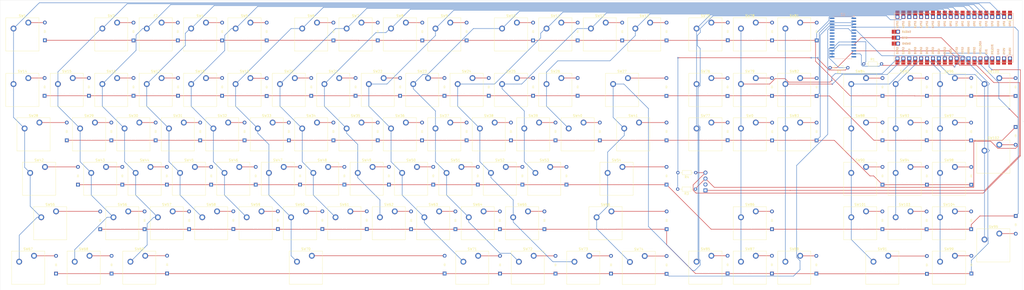
<source format=kicad_pcb>
(kicad_pcb (version 20240108) (generator "pcbnew") (generator_version "8.0")
  (layers (0 "F.Cu" signal) (31 "B.Cu" signal) (34 "B.Paste" user) (35 "F.Paste" user) (36 "B.SilkS" user "B.Silkscreen") (37 "F.SilkS" user "F.Silkscreen") (38 "B.Mask" user) (39 "F.Mask" user) (44 "Edge.Cuts" user))
  (net 0 "")
  (net 1 "row 1")
  (net 2 "Net-(D1-A)")
  (net 3 "Net-(D2-A)")
  (net 4 "Net-(D3-A)")
  (net 5 "Net-(D4-A)")
  (net 6 "Net-(D5-A)")
  (net 7 "Net-(D6-A)")
  (net 8 "Net-(D7-A)")
  (net 9 "Net-(D8-A)")
  (net 10 "Net-(D9-A)")
  (net 11 "Net-(D10-A)")
  (net 12 "Net-(D11-A)")
  (net 13 "Net-(D12-A)")
  (net 14 "row 2")
  (net 15 "Net-(D14-A)")
  (net 16 "Net-(D15-A)")
  (net 17 "Net-(D16-A)")
  (net 18 "Net-(D17-A)")
  (net 19 "Net-(D18-A)")
  (net 20 "Net-(D19-A)")
  (net 21 "Net-(D20-A)")
  (net 22 "Net-(D21-A)")
  (net 23 "Net-(D22-A)")
  (net 24 "Net-(D23-A)")
  (net 25 "Net-(D24-A)")
  (net 26 "Net-(D25-A)")
  (net 27 "Net-(D26-A)")
  (net 28 "Net-(D27-A)")
  (net 29 "row 3")
  (net 30 "Net-(D28-A)")
  (net 31 "Net-(D29-A)")
  (net 32 "Net-(D30-A)")
  (net 33 "Net-(D31-A)")
  (net 34 "Net-(D32-A)")
  (net 35 "Net-(D33-A)")
  (net 36 "Net-(D34-A)")
  (net 37 "Net-(D35-A)")
  (net 38 "Net-(D36-A)")
  (net 39 "Net-(D37-A)")
  (net 40 "Net-(D38-A)")
  (net 41 "Net-(D39-A)")
  (net 42 "Net-(D40-A)")
  (net 43 "Net-(D41-A)")
  (net 44 "Net-(D42-A)")
  (net 45 "row 4")
  (net 46 "Net-(D43-A)")
  (net 47 "Net-(D44-A)")
  (net 48 "Net-(D45-A)")
  (net 49 "Net-(D46-A)")
  (net 50 "Net-(D47-A)")
  (net 51 "Net-(D48-A)")
  (net 52 "Net-(D49-A)")
  (net 53 "Net-(D50-A)")
  (net 54 "Net-(D51-A)")
  (net 55 "Net-(D52-A)")
  (net 56 "Net-(D53-A)")
  (net 57 "Net-(D54-A)")
  (net 58 "Net-(D55-A)")
  (net 59 "row 5")
  (net 60 "Net-(D56-A)")
  (net 61 "Net-(D57-A)")
  (net 62 "Net-(D58-A)")
  (net 63 "Net-(D59-A)")
  (net 64 "Net-(D60-A)")
  (net 65 "Net-(D61-A)")
  (net 66 "Net-(D62-A)")
  (net 67 "Net-(D63-A)")
  (net 68 "Net-(D64-A)")
  (net 69 "Net-(D65-A)")
  (net 70 "Net-(D66-A)")
  (net 71 "row 6")
  (net 72 "Net-(D67-A)")
  (net 73 "Net-(D68-A)")
  (net 74 "Net-(D69-A)")
  (net 75 "Net-(D70-A)")
  (net 76 "Net-(D71-A)")
  (net 77 "Net-(D72-A)")
  (net 78 "Net-(D73-A)")
  (net 79 "Net-(D74-A)")
  (net 80 "col 3")
  (net 81 "col 2")
  (net 82 "col 1")
  (net 83 "col 4")
  (net 84 "col 5")
  (net 85 "col 6")
  (net 86 "col 7")
  (net 87 "col 8")
  (net 88 "col 9")
  (net 89 "col 10")
  (net 90 "col 11")
  (net 91 "col 12")
  (net 92 "col 13")
  (net 93 "col 14")
  (net 98 "Net-(U1-GPIO27_ADC1)")
  (net 100 "+3.3V")
  (net 112 "Net-(U1-GPIO26_ADC0)")
  (net 114 "GND")
  (net 128 "Net-(D75-A)")
  (net 129 "Net-(D76-A)")
  (net 130 "Net-(D77-A)")
  (net 131 "Net-(D78-A)")
  (net 132 "Net-(D79-A)")
  (net 133 "Net-(D80-A)")
  (net 134 "Net-(D81-A)")
  (net 135 "Net-(D82-A)")
  (net 136 "Net-(D83-A)")
  (net 137 "Net-(D84-A)")
  (net 138 "Net-(D85-A)")
  (net 139 "Net-(D86-A)")
  (net 140 "Net-(D87-A)")
  (net 141 "Net-(D88-A)")
  (net 142 "Net-(D89-A)")
  (net 143 "Net-(D90-A)")
  (net 144 "Net-(D91-A)")
  (net 145 "Net-(D92-A)")
  (net 146 "Net-(D93-A)")
  (net 147 "Net-(D94-A)")
  (net 148 "Net-(D95-A)")
  (net 149 "Net-(D96-A)")
  (net 150 "Net-(D97-A)")
  (net 151 "Net-(D98-A)")
  (net 152 "Net-(D99-A)")
  (net 153 "Net-(D100-A)")
  (net 154 "Net-(D101-A)")
  (net 155 "Net-(D102-A)")
  (net 156 "Net-(D103-A)")
  (net 157 "Net-(D104-A)")
  (net 158 "col 18")
  (net 159 "SDA")
  (net 160 "+5V")
  (net 161 "SCL")
  (net 162 "col 15")
  (net 163 "col 16")
  (net 164 "col 17")
  (net 165 "col 19")
  (net 166 "col 21")
  (net 167 "col 20")
  (net 186 "Net-(D13-A)")
  (footprint "ScottoKeebs_Components:Diode_DO-35" (layer "F.Cu") (at 97.5 59.66 90)
    (property "Reference" "D3" (hide yes))
    (property "Value" "D" (hide yes))
  )
  (footprint "ScottoKeebs_MX:MX_PCB_1.00u" (layer "F.Cu") (at 30.88 80.92)
    (property "Reference" "SW14")
    (property "Value" "SW_Push")
  )
  (footprint "ScottoKeebs_Components:Diode_DO-35" (layer "F.Cu") (at 88 102.5 90)
    (property "Reference" "D30" (hide yes))
    (property "Value" "D" (hide yes))
  )
  (footprint "ScottoKeebs_Components:Diode_DO-35" (layer "F.Cu") (at 221.3 102.5 90)
    (property "Reference" "D37" (hide yes))
    (property "Value" "D" (hide yes))
  )
  (footprint "ScottoKeebs_MX:MX_PCB_1.00u" (layer "F.Cu") (at 116.56 99.96)
    (property "Reference" "SW32")
    (property "Value" "SW_Push")
  )
  (footprint "ScottoKeebs_MX:MX_PCB_1.00u" (layer "F.Cu") (at 342.72 99.955)
    (property "Reference" "SW0")
    (property "Value" "SW_Push")
  )
  (footprint "ScottoKeebs_Components:Diode_DO-35" (layer "F.Cu") (at 40.5 59.62 90)
    (property "Reference" "D1" (hide yes))
    (property "Value" "D" (hide yes))
  )
  (footprint "ScottoKeebs_Components:Diode_DO-35" (layer "F.Cu") (at 135.6 59.66 90)
    (property "Reference" "D5" (hide yes))
    (property "Value" "D" (hide yes))
  )
  (footprint "ScottoKeebs_Components:Diode_DO-35" (layer "F.Cu") (at 333.15 83.47 90)
    (property "Reference" "D76" (hide yes))
    (property "Value" "D" (hide yes))
  )
  (footprint "ScottoKeebs_Components:Diode_DO-35" (layer "F.Cu") (at 183.2 59.66 90)
    (property "Reference" "D7" (hide yes))
    (property "Value" "D" (hide yes))
  )
  (footprint "ScottoKeebs_Components:Diode_DO-35" (layer "F.Cu") (at 207 121.5 90)
    (property "Reference" "D50" (hide yes))
    (property "Value" "D" (hide yes))
  )
  (footprint "ScottoKeebs_Components:Diode_DO-35" (layer "F.Cu") (at 371.325 102.525 90)
    (property "Reference" "D83" (hide yes))
    (property "Value" "D" (hide yes))
  )
  (footprint "ScottoKeebs_MX:MX_PCB_1.25u" (layer "F.Cu") (at 295.12 157.19)
    (property "Reference" "SW74")
    (property "Value" "SW_Push")
  )
  (footprint "ScottoKeebs_MX:MX_PCB_1.00u" (layer "F.Cu") (at 207 138.04)
    (property "Reference" "SW63")
    (property "Value" "SW_Push")
  )
  (footprint "ScottoKeebs_Components:Diode_DO-35" (layer "F.Cu") (at 437.625 121.55 90)
    (property "Reference" "D98" (hide yes))
    (property "Value" "D" (hide yes))
  )
  (footprint "ScottoKeebs_Components:Diode_DO-35" (layer "F.Cu") (at 159.45 140.55 90)
    (property "Reference" "D60" (hide yes))
    (property "Value" "D" (hide yes))
  )
  (footprint "ScottoKeebs_Components:Diode_DO-35" (layer "F.Cu") (at 437.6 140.6 90)
    (property "Reference" "D104" (hide yes))
    (property "Value" "D" (hide yes))
  )
  (footprint "ScottoKeebs_MX:MX_PCB_1.00u" (layer "F.Cu") (at 121.32 119)
    (property "Reference" "SW46")
    (property "Value" "SW_Push")
  )
  (footprint "ScottoKeebs_Components:Diode_DO-35" (layer "F.Cu") (at 216.5 140.6 90)
    (property "Reference" "D63" (hide yes))
    (property "Value" "D" (hide yes))
  )
  (footprint "ScottoKeebs_MX:MX_PCB_1.00u" (layer "F.Cu") (at 64.2 119)
    (property "Reference" "SW43")
    (property "Value" "SW_Push")
  )
  (footprint "ScottoKeebs_Components:Diode_DO-35" (layer "F.Cu") (at 249.8 83.4 90)
    (property "Reference" "D25" (hide yes))
    (property "Value" "D" (hide yes))
  )
  (footprint "ScottoKeebs_Components:Diode_DO-35" (layer "F.Cu") (at 352.2 140.6 90)
    (property "Reference" "D86" (hide yes))
    (property "Value" "D" (hide yes))
  )
  (footprint "ScottoKeebs_MX:MX_PCB_1.00u" (layer "F.Cu") (at 173.68 57.12)
    (property "Reference" "SW7")
    (property "Value" "SW_Push")
  )
  (footprint "ScottoKeebs_Components:Diode_DO-35" (layer "F.Cu") (at 49.9 102.5 90)
    (property "Reference" "D28" (hide yes))
    (property "Value" "D" (hide yes))
  )
  (footprint "ScottoKeebs_Components:Diode_DO-35" (layer "F.Cu") (at 145.1 102.5 90)
    (property "Reference" "D33" (hide yes))
    (property "Value" "D" (hide yes))
  )
  (footprint "ScottoKeebs_MX:MX_PCB_1.00u" (layer "F.Cu") (at 361.76 80.915)
    (property "Reference" "SW82")
    (property "Value" "SW_Push")
  )
  (footprint "ScottoKeebs_Components:Diode_DO-35" (layer "F.Cu") (at 116.5 59.66 90)
    (property "Reference" "D4" (hide yes))
    (property "Value" "D" (hide yes))
  )
  (footprint "ScottoKeebs_MX:MX_PCB_1.00u" (layer "F.Cu") (at 226.04 138.04)
    (property "Reference" "SW64")
    (property "Value" "SW_Push")
  )
  (footprint "ScottoKeebs_MX:MX_PCB_1.00u" (layer "F.Cu") (at 342.72 57.115)
    (property "Reference" "SW78")
    (property "Value" "SW_Push")
  )
  (footprint "ScottoKeebs_MX:MX_PCB_1.00u" (layer "F.Cu") (at 390 80.915)
    (property "Reference" "SW84")
    (property "Value" "SW_Push")
  )
  (footprint "ScottoKeebs_MX:MX_PCB_1.00u" (layer "F.Cu") (at 428.08 99.955)
    (property "Reference" "SW97")
    (property "Value" "SW_Push")
  )
  (footprint "ScottoKeebs_Components:Diode_DO-35" (layer "F.Cu") (at 352.25 59.645 90)
    (property "Reference" "D78" (hide yes))
    (property "Value" "D" (hide yes))
  )
  (footprint "ScottoKeebs_MX:MX_PCB_1.00u" (layer "F.Cu") (at 192.72 57.12)
    (property "Reference" "SW8")
    (property "Value" "SW_Push")
  )
  (footprint "ScottoKeebs_Components:Diode_DO-35" (layer "F.Cu") (at 399.575 121.525 90)
    (property "Reference" "D90" (hide yes))
    (property "Value" "D" (hide yes))
  )
  (footprint "ScottoKeebs_MX:MX_PCB_1.00u" (layer "F.Cu") (at 130.84 138.04)
    (property "Reference" "SW59")
    (property "Value" "SW_Push")
  )
  (footprint "ScottoKeebs_Components:Diode_DO-35" (layer "F.Cu") (at 164.2 102.5 90)
    (property "Reference" "D34" (hide yes))
    (property "Value" "D" (hide yes))
  )
  (footprint "ScottoKeebs_MX:MX_PCB_1.00u" (layer "F.Cu") (at 73.72 138.04)
    (property "Reference" "SW56")
    (property "Value" "SW_Push")
  )
  (footprint "ScottoKeebs_Components:Diode_DO-35" (layer "F.Cu") (at 92.8 121.51 90)
    (property "Reference" "D44" (hide yes))
    (property "Value" "D" (hide yes))
  )
  (footprint "ScottoKeebs_Components:Diode_DO-35" (layer "F.Cu") (at 45.3 159.635 90)
    (property "Reference" "D67" (hide yes))
    (property "Value" "D" (hide yes))
  )
  (footprint "ScottoKeebs_Components:Diode_DO-35" (layer "F.Cu") (at 235.625 159.65 90)
    (property "Reference" "D71" (hide yes))
    (property "Value" "D" (hide yes))
  )
  (footprint "ScottoKeebs_Components:Diode_DO-35" (layer "F.Cu") (at 333.175 159.6 90)
    (property "Reference" "D85" (hide yes))
    (property "Value" "D" (hide yes))
  )
  (footprint "ScottoKeebs_MX:MX_PCB_1.00u" (layer "F.Cu") (at 409.04 99.955)
    (property "Reference" "SW93")
    (property "Value" "SW_Push")
  )
  (footprint "ScottoKeebs_MX:MX_PCB_1.00u" (layer "F.Cu") (at 235.56 119)
    (property "Reference" "SW52")
    (property "Value" "SW_Push")
  )
  (footprint "ScottoKeebs_Components:Diode_DO-35" (layer "F.Cu") (at 135.6 83.5 90)
    (property "Reference" "D19" (hide yes))
    (property "Value" "D" (hide yes))
  )
  (footprint "ScottoKeebs_Components:Diode_DO-35" (layer "F.Cu") (at 221.3 59.66 90)
    (property "Reference" "D9" (hide yes))
    (property "Value" "D" (hide yes))
  )
  (footprint "ScottoKeebs_Components:Diode_DO-35" (layer "F.Cu") (at 211.875 159.6 90)
    (property "Reference" "D70" (hide yes))
    (property "Value" "D" (hide yes))
  )
  (footprint "ScottoKeebs_MX:MX_PCB_1.00u" (layer "F.Cu") (at 323.68 57.115)
    (property "Reference" "SW75")
    (property "Value" "SW_Push")
  )
  (footprint "ScottoKeebs_MX:MX_PCB_1.00u" (layer "F.Cu") (at 278.4 57.12)
    (property "Reference" "SW12")
    (property "Value" "SW_Push")
  )
  (footprint "ScottoKeebs_Components:Diode_DO-35" (layer "F.Cu") (at 264.1 121.5 90)
    (property "Reference" "D53" (hide yes))
    (property "Value" "D" (hide yes))
  )
  (footprint "ScottoKeebs_Components:Diode_DO-35" (layer "F.Cu") (at 116.5 83.4 90)
    (property "Reference" "D18" (hide yes))
    (property "Value" "D" (hide yes))
  )
  (footprint "ScottoKeebs_Components:OLED_128x32" (layer "F.Cu") (at 322.08 114.175)
    (property "Reference" "J1" (hide yes))
    (property "Value" "OLED_128x32")
  )
  (footprint "ScottoKeebs_MX:MX_PCB_1.00u" (layer "F.Cu") (at 240.32 57.12)
    (property "Reference" "SW10")
    (property "Value" "SW_Push")
  )
  (footprint "ScottoKeebs_MX:MX_PCB_1.00u" (layer "F.Cu") (at 211.76 99.96)
    (property "Reference" "SW37")
    (property "Value" "SW_Push")
  )
  (footprint "ScottoKeebs_Components:Diode_DO-35" (layer "F.Cu") (at 149.9 121.5 90)
    (property "Reference" "D47" (hide yes))
    (property "Value" "D" (hide yes))
  )
  (footprint "ScottoKeebs_MX:MX_PCB_1.00u" (layer "F.Cu") (at 192.72 99.96)
    (property "Reference" "SW36")
    (property "Value" "SW_Push")
  )
  (footprint "ScottoKeebs_MX:MX_PCB_1.00u" (layer "F.Cu") (at 78.48 99.96)
    (property "Reference" "SW30")
    (property "Value" "SW_Push")
  )
  (footprint "ScottoKeebs_MX:MX_PCB_1.00u" (layer "F.Cu") (at 216.52 119)
    (property "Reference" "SW51")
    (property "Value" "SW_Push")
  )
  (footprint "ScottoKeebs_Components:Diode_DO-35" (layer "F.Cu") (at 245.2 121.5 90)
    (property "Reference" "D52" (hide yes))
    (property "Value" "D" (hide yes))
  )
  (footprint "ScottoKeebs_Components:Diode_DO-35" (layer "F.Cu") (at 202.3 59.66 90)
    (property "Reference" "D8" (hide yes))
    (property "Value" "D" (hide yes))
  )
  (footprint "ScottoKeebs_MX:MX_PCB_1.00u" (layer "F.Cu") (at 361.76 99.955)
    (property "Reference" "SW83")
    (property "Value" "SW_Push")
  )
  (footprint "ScottoKeebs_MX:MX_PCB_1.00u" (layer "F.Cu") (at 49.92 80.92)
    (property "Reference" "SW15")
    (property "Value" "SW_Push")
  )
  (footprint "ScottoKeebs_MX:MX_PCB_1.00u" (layer "F.Cu") (at 323.68 80.915)
    (property "Reference" "SW76")
    (property "Value" "SW_Push")
  )
  (footprint "ScottoKeebs_Components:Diode_DO-35" (layer "F.Cu") (at 78.5 59.67 90)
    (property "Reference" "D2" (hide yes))
    (property "Value" "D" (hide yes))
  )
  (footprint "ScottoKeebs_MX:MX_PCB_1.00u" (layer "F.Cu") (at 173.68 99.96)
    (property "Reference" "SW35")
    (property "Value" "SW_Push")
  )
  (footprint "ScottoKeebs_Components:Diode_DO-35" (layer "F.Cu") (at 259.4 159.65 90)
    (property "Reference" "D72" (hide yes))
    (property "Value" "D" (hide yes))
  )
  (footprint "ScottoKeebs_MX:MX_PCB_1.00u" (layer "F.Cu") (at 447.12 80.915)
    (property "Reference" "SW100")
    (property "Value" "SW_Push")
  )
  (footprint "ScottoKeebs_Components:Diode_DO-35" (layer "F.Cu") (at 283.2 159.65 90)
    (property "Reference" "D73" (hide yes))
    (property "Value" "D" (hide yes))
  )
  (footprint "ScottoKeebs_MX:MX_PCB_1.00u" (layer "F.Cu") (at 30.88 57.12)
    (property "Reference" "SW1")
    (property "Value" "SW_Push")
  )
  (footprint "ScottoKeebs_Components:Diode_DO-35" (layer "F.Cu") (at 230.8 83.4 90)
    (property "Reference" "D24" (hide yes))
    (property "Value" "D" (hide yes))
  )
  (footprint "ScottoKeebs_Components:Diode_DO-35" (layer "F.Cu") (at 307 59.66 90)
    (property "Reference" "D13" (hide yes))
    (property "Value" "D" (hide yes))
  )
  (footprint "ScottoKeebs_MX:MX_PCB_1.75u" (layer "F.Cu") (at 38.02 119.005)
    (property "Reference" "SW42")
    (property "Value" "SW_Push")
  )
  (footprint "ScottoKeebs_MX:MX_PCB_1.25u" (layer "F.Cu") (at 247.52 157.08)
    (property "Reference" "SW72")
    (property "Value" "SW_Push")
  )
  (footprint "ScottoKeebs_MX:MX_PCB_1.00u" (layer "F.Cu") (at 361.76 57.115)
    (property "Reference" "SW81")
    (property "Value" "SW_Push")
  )
  (footprint "ScottoKeebs_MX:MX_PCB_1.00u" (layer "F.Cu") (at 154.64 99.96)
    (property "Reference" "SW34")
    (property "Value" "SW_Push")
  )
  (footprint "Resistor_THT:R_Axial_DIN0204_L3.6mm_D1.6mm_P7.62mm_Horizontal" (layer "F.Cu") (at 319.5 116.35 180)
    (property "Reference" "R4")
    (property "Value" "2k")
  )
  (footprint "ScottoKeebs_MX:MX_PCB_1.00u" (layer "F.Cu") (at 88 80.92)
    (property "Reference" "SW17")
    (property "Value" "SW_Push")
  )
  (footprint "ScottoKeebs_MX:MX_PCB_2.00u_90deg" (layer "F.Cu") (at 447.12 147.555)
    (property "Reference" "SW95")
    (property "Value" "SW_Push")
  )
  (footprint "ScottoKeebs_Components:Diode_DO-35" (layer "F.Cu") (at 40.4 83.41 90)
    (property "Reference" "D14" (hide yes))
    (property "Value" "D" (hide yes))
  )
  (footprint "ScottoKeebs_Components:Diode_DO-35" (layer "F.Cu") (at 107.1 102.5 90)
    (property "Reference" "D31" (hide yes))
    (property "Value" "D" (hide yes))
  )
  (footprint "ScottoKeebs_MX:MX_PCB_1.00u" (layer "F.Cu") (at 245.08 138.04)
    (property "Reference" "SW65")
    (property "Value" "SW_Push")
  )
  (footprint "ScottoKeebs_MX:MX_PCB_1.00u" (layer "F.Cu") (at 254.6 119)
    (property "Reference" "SW53")
    (property "Value" "SW_Push")
  )
  (footprint "ScottoKeebs_MX:MX_PCB_1.50u" (layer "F.Cu") (at 35.64 99.96)
    (property "Reference" "SW28")
    (property "Value" "SW_Push")
  )
  (footprint "ScottoKeebs_MX:MX_PCB_1.00u" (layer "F.Cu") (at 83.24 119)
    (property "Reference" "SW44")
    (property "Value" "SW_Push")
  )
  (footprint "ScottoKeebs_Components:Diode_DO-35" (layer "F.Cu") (at 399.575 83.425 90)
    (property "Reference" "D84" (hide yes))
    (property "Value" "D" (hide yes))
  )
  (footprint "ScottoKeebs_MX:MX_PCB_1.25u" (layer "F.Cu") (at 33.32 157.08)
    (property "Reference" "SW67")
    (property "Value" "SW_Push")
  )
  (footprint "ScottoKeebs_Components:Diode_DO-35" (layer "F.Cu") (at 456.65 96.775 -90)
    (property "Reference" "D102" (hide yes))
    (property "Value" "D" (hide yes))
  )
  (footprint "ScottoKeebs_Components:Diode_DO-35" (layer "F.Cu") (at 418.55 102.475 90)
    (property "Reference" "D93" (hide yes))
    (property "Value" "D" (hide yes))
  )
  (footprint "ScottoKeebs_MX:MX_PCB_1.25u" (layer "F.Cu") (at 57.12 157.08)
    (property "Reference" "SW68")
    (property "Value" "SW_Push")
  )
  (footprint "ScottoKeebs_Components:Diode_DO-35" (layer "F.Cu") (at 183.2 102.5 90)
    (property "Reference" "D35" (hide yes))
    (property "Value" "D" (hide yes))
  )
  (footprint "ScottoKeebs_MX:MX_PCB_1.00u" (layer "F.Cu") (at 240.32 80.92)
    (property "Reference" "SW25")
    (property "Value" "SW_Push")
  )
  (footprint "ScottoKeebs_Components:Diode_DO-35" (layer "F.Cu") (at 278.4 102.5 90)
    (property "Reference" "D40" (hide yes))
    (property "Value" "D" (hide yes))
  )
  (footprint "ScottoKeebs_Components:Diode_DO-35" (layer "F.Cu") (at 418.5 140.625 90)
    (property "Reference" "D103" (hide yes))
    (property "Value" "D" (hide yes))
  )
  (footprint "ScottoKeebs_Components:Diode_DO-35" (layer "F.Cu") (at 456.7 134.925 -90)
    (property "Reference" "D95" (hide yes))
    (property "Value" "D" (hide yes))
  )
  (footprint "ScottoKeebs_MX:MX_PCB_1.00u" (layer "F.Cu") (at 187.96 138.04)
    (property "Reference" "SW62")
    (property "Value" "SW_Push")
  )
  (footprint "Resistor_THT:R_Axial_DIN0204_L3.6mm_D1.6mm_P7.62mm_Horizontal" (layer "F.Cu") (at 319.4 123.425 180)
    (property "Reference" "R3")
    (property "Value" "2k")
  )
  (footprint "ScottoKeebs_MX:MX_PCB_1.00u" (layer "F.Cu") (at 230.8 99.96)
    (property "Reference" "SW38")
    (property "Value" "SW_Push")
  )
  (footprint "ScottoKeebs_Components:Diode_DO-35" (layer "F.Cu") (at 54.7 121.51 90)
    (property "Reference" "D42" (hide yes))
    (property "Value" "D" (hide yes))
  )
  (footprint "ScottoKeebs_MX:MX_PCB_1.00u" (layer "F.Cu") (at 111.8 138.04)
    (property "Reference" "SW58")
    (property "Value" "SW_Push")
  )
  (footprint "ScottoKeebs_MX:MX_PCB_1.00u" (layer "F.Cu") (at 297.44 57.12)
    (property "Reference" "SW13")
    (property "Value" "SW_Push")
  )
  (footprint "ScottoKeebs_Components:Diode_DO-35" (layer "F.Cu") (at 69.1 159.635 90)
    (property "Reference" "D68" (hide yes))
    (property "Value" "D" (hide yes))
  )
  (footprint "ScottoKeebs_Components:Diode_DO-35" (layer "F.Cu") (at 168.9 121.5 90)
    (property "Reference" "D48" (hide yes))
    (property "Value" "D" (hide yes))
  )
  (footprint "ScottoKeebs_MX:MX_PCB_1.00u" (layer "F.Cu") (at 202.24 80.92)
    (property "Reference" "SW23")
    (property "Value" "SW_Push")
  )
  (footprint "ScottoKeebs_MX:MX_PCB_1.00u" (layer "F.Cu") (at 183.2 80.92)
    (property "Reference" "SW22")
    (property "Value" "SW_Push")
  )
  (footprint "ScottoKeebs_MX:MX_PCB_1.00u" (layer "F.Cu") (at 390 99.955)
    (property "Reference" "SW88")
    (property "Value" "SW_Push")
  )
  (footprint "ScottoKeebs_MX:MX_PCB_1.00u" (layer "F.Cu") (at 145.12 80.92)
    (property "Reference" "SW20")
    (property "Value" "SW_Push")
  )
  (footprint "ScottoKeebs_MX:MX_PCB_1.00u" (layer "F.Cu") (at 107.04 80.92)
    (property "Reference" "SW18")
    (property "Value" "SW_Push")
  )
  (footprint "ScottoKeebs_MX:MX_PCB_1.00u" (layer "F.Cu") (at 135.6 99.96)
    (property "Reference" "SW33")
    (property "Value" "SW_Push")
  )
  (footprint "ScottoKeebs_MX:MX_PCB_1.00u" (layer "F.Cu") (at 154.64 57.12)
    (property "Reference" "SW6")
    (property "Value" "SW_Push")
  )
  (footprint "ScottoKeebs_Components:Diode_DO-35" (layer "F.Cu") (at 307 121.5 90)
    (property "Reference" "D54" (hide yes))
    (property "Value" "D" (hide yes))
  )
  (footprint "ScottoKeebs_MX:MX_PCB_2.00u" (layer "F.Cu") (at 399.52 157.075)
    (property "Reference" "SW91")
    (property "Value" "SW_Push")
  )
  (footprint "ScottoKeebs_MX:MX_PCB_1.00u" (layer "F.Cu") (at 323.68 157.075)
    (property "Reference" "SW85")
    (property "Value" "SW_Push")
  )
  (footprint "ScottoKeebs_Components:Diode_DO-35" (layer "F.Cu") (at 173.7 83.4 90)
    (property "Reference" "D21" (hide yes))
    (property "Value" "D" (hide yes))
  )
  (footprint "ScottoKeebs_Components:Diode_DO-35" (layer "F.Cu") (at 121.3 140.55 90)
    (property "Reference" "D58" (hide yes))
    (property "Value" "D" (hide yes))
  )
  (footprint "ScottoKeebs_Components:Diode_DO-35" (layer "F.Cu") (at 399.525 140.6 90)
    (property "Reference" "D101" (hide yes))
    (property "Value" "D" (hide yes))
  )
  (footprint "ScottoKeebs_MX:MX_PCB_1.00u" (layer "F.Cu") (at 221.28 80.92)
    (property "Reference" "SW24")
    (property "Value" "SW_Push")
  )
  (footprint "ScottoKeebs_Components:Diode_DO-35" (layer "F.Cu") (at 249.8 59.66 90)
    (property "Reference" "D10" (hide yes))
    (property "Value" "D" (hide yes))
  )
  (footprint "ScottoKeebs_Components:Diode_DO-35" (layer "F.Cu") (at 202.2 102.5 90)
    (property "Reference" "D36" (hide yes))
    (property "Value" "D" (hide yes))
  )
  (footprint "ScottoKeebs_Components:Diode_DO-35" (layer "F.Cu") (at 164.2 59.66 90)
    (property "Reference" "D6" (hide yes))
    (property "Value" "D" (hide yes))
  )
  (footprint "ScottoKeebs_Components:Diode_DO-35" (layer "F.Cu") (at 126.1 102.5 90)
    (property "Reference" "D32" (hide yes))
    (property "Value" "D" (hide yes))
  )
  (footprint "ScottoKeebs_MX:MX_PCB_1.00u" (layer "F.Cu") (at 268.88 99.96)
    (property "Reference" "SW40")
    (property "Value" "SW_Push")
  )
  (footprint "ScottoKeebs_MX:MX_PCB_1.00u" (layer "F.Cu") (at 97.52 99.96)
    (property "Reference" "SW31")
    (property "Value" "SW_Push")
  )
  (footprint "Resistor_THT:R_Axial_DIN0204_L3.6mm_D1.6mm_P7.62mm_Horizontal" (layer "F.Cu") (at 391.55 69.75)
    (property "Reference" "R1")
    (property "Value" "2k")
  )
  (footprint "ScottoKeebs_Components:Diode_DO-35" (layer "F.Cu") (at 437.575 102.525 90)
    (property "Reference" "D97" (hide yes))
    (property "Value" "D" (hide yes))
  )
  (footprint "ScottoKeebs_MX:MX_PCB_1.00u" (layer "F.Cu") (at 249.84 99.96)
    (property "Reference" "SW39")
    (property "Value" "SW_Push")
  )
  (footprint "ScottoKeebs_Components:Diode_DO-35" (layer "F.Cu") (at 456.625 83.46 90)
    (property "Reference" "D100" (hide yes))
    (property "Value" "D" (hide yes))
  )
  (footprint "ScottoKeebs_MX:MX_PCB_1.00u" (layer "F.Cu") (at 409.04 80.915)
    (property "Reference" "SW92")
    (property "Value" "SW_Push")
  )
  (footprint "ScottoKeebs_Components:Diode_DO-35" (layer "F.Cu") (at 69 102.5 90)
    (property "Reference" "D29" (hide yes))
    (property "Value" "D" (hide yes))
  )
  (footprint "ScottoKeebs_Components:Diode_DO-35" (layer "F.Cu") (at 192.8 83.41 90)
    (property "Reference" "D22" (hide yes))
    (property "Value" "D" (hide yes))
  )
  (footprint "ScottoKeebs_MX:MX_PCB_1.00u" (layer "F.Cu") (at 409.04 138.035)
    (property "Reference" "SW103")
    (property "Value" "SW_Push")
  )
  (footprint "ScottoKeebs_MX:MX_PCB_1.00u" (layer "F.Cu") (at 211.76 57.12)
    (property "Reference" "SW9")
    (property "Value" "SW_Push")
  )
  (footprint "ScottoKeebs_MX:MX_PCB_1.25u" (layer "F.Cu") (at 271.335 157.09)
    (property "Reference" "SW73")
    (property "Value" "SW_Push")
  )
  (footprint "ScottoKeebs_Components:Diode_DO-35" (layer "F.Cu") (at 288 59.66 90)
    (property "Reference" "D12" (hide yes))
    (property "Value" "D" (hide yes))
  )
  (footprint "ScottoKeebs_Components:Diode_DO-35" (layer "F.Cu") (at 306.95 83.435 90)
    (property "Reference" "D27" (hide yes))
    (property "Value" "D" (hide yes))
  )
  (footprint "ScottoKeebs_Components:Diode_DO-35" (layer "F.Cu") (at 240.3 102.5 90)
    (property "Reference" "D38" (hide yes))
    (property "Value" "D" (hide yes))
  )
  (footprint "ScottoKeebs_Components:Diode_DO-35" (layer "F.Cu") (at 371.225 159.65 90)
    (property "Reference" "D89" (hide yes))
    (property "Value" "D" (hide yes))
  )
  (footprint "ScottoKeebs_Components:Diode_DO-35" (layer "F.Cu") (at 102.35 140.6 90)
    (property "Reference" "D57" (hide yes))
    (property "Value" "D" (hide yes))
  )
  (footprint "ScottoKeebs_MX:MX_PCB_1.00u" (layer "F.Cu") (at 342.72 157.075)
    (property "Reference" "SW87")
    (property "Value" "SW_Push")
  )
  (footprint "ScottoKeebs_Components:Diode_DO-35" (layer "F.Cu") (at 352.2 83.42 90)
    (property "Reference" "D79" (hide yes))
    (property "Value" "D" (hide yes))
  )
  (footprint "ScottoKeebs_MX:MX_PCB_1.00u" (layer "F.Cu") (at 342.72 138.035)
    (property "Reference" "SW86")
    (property "Value" "SW_Push")
  )
  (footprint "ScottoKeebs_Components:Diode_DO-35" (layer "F.Cu") (at 371.375 59.665 90)
    (property "Reference" "D81" (hide yes))
    (property "Value" "D" (hide yes))
  )
  (footprint "ScottoKeebs_Components:Diode_DO-35" (layer "F.Cu") (at 111.8 121.51 90)
    (property "Reference" "D45" (hide yes))
    (property "Value" "D" (hide yes))
  )
  (footprint "ScottoKeebs_MX:MX_PCB_1.00u" (layer "F.Cu") (at 259.36 80.92)
    (property "Reference" "SW26")
    (property "Value" "SW_Push")
  )
  (footprint "ScottoKeebs_MX:MX_PCB_1.00u" (layer "F.Cu") (at 168.92 138.04)
    (property "Reference" "SW61")
    (property "Value" "SW_Push")
  )
  (footprint "ScottoKeebs_Components:Diode_DO-35" (layer "F.Cu") (at 73.7 121.51 90)
    (property "Reference" "D43" (hide yes))
    (property "Value" "D" (hide yes))
  )
  (footprint "ScottoKeebs_Components:Diode_DO-35" (layer "F.Cu") (at 130.9 121.51 90)
    (property "Reference" "D46" (hide yes))
    (property "Value" "D" (hide yes))
  )
  (footprint "ScottoKeebs_MX:MX_PCB_1.00u" (layer "F.Cu") (at 428.08 80.915)
    (property "Reference" "SW96")
    (property "Value" "SW_Push")
  )
  (footprint "ScottoKeebs_MX:MX_PCB_1.00u" (layer "F.Cu") (at 140.36 119)
    (property "Reference" "SW47")
    (property "Value" "SW_Push")
  )
  (footprint "ScottoKeebs_MX:MX_PCB_1.00u" (layer "F.Cu") (at 164.16 80.92)
    (property "Reference" "SW21")
    (property "Value" "SW_Push")
  )
  (footprint "ScottoKeebs_Components:Diode_DO-35" (layer "F.Cu") (at 97.6 83.4 90)
    (property "Reference" "D17" (hide yes))
    (property "Value" "D" (hide yes))
  )
  (footprint "ScottoKeebs_MX:MX_PCB_2.00u_90deg" (layer "F.Cu") (at 447.12 109.475)
    (property "Reference" "SW102")
    (property "Value" "SW_Push")
  )
  (footprint "ScottoKeebs_MX:MX_PCB_1.00u" (layer "F.Cu") (at 428.08 157.075)
    (property "Reference" "SW99")
    (property "Value" "SW_Push")
  )
  (footprint "ScottoKeebs_Components:Diode_DO-35" (layer "F.Cu") (at 399.575 102.475 90)
    (property "Reference" "D88" (hide yes))
    (property "Value" "D" (hide yes))
  )
  (footprint "ScottoKeebs_MX:MX_PCB_1.00u" (layer "F.Cu") (at 259.36 57.12)
    (property "Reference" "SW11")
    (property "Value" "SW_Push")
  )
  (footprint "ScottoKeebs_Components:Diode_DO-35" (layer "F.Cu") (at 333.25 59.615 90)
    (property "Reference" "D75" (hide yes))
    (property "Value" "D" (hide yes))
  )
  (footprint "ScottoKeebs_MX:MX_PCB_1.00u" (layer "F.Cu") (at 159.4 119)
    (property "Reference" "SW48")
    (property "Value" "SW_Push")
  )
  (footprint "ScottoKeebs_Components:Diode_DO-35" (layer "F.Cu") (at 59.4 83.4 90)
    (property "Reference" "D15" (hide yes))
    (property "Value" "D" (hide yes))
  )
  (footprint "ScottoKeebs_MX:MX_PCB_1.25u" (layer "F.Cu") (at 223.72 157.08)
    (property "Reference" "SW71")
    (property "Value" "SW_Push")
  )
  (footprint "ScottoKeebs_MX:MX_PCB_2.00u" (layer "F.Cu") (at 287.92 80.92)
    (property "Reference" "SW27")
    (property "Value" "SW_Push")
  )
  (footprint "ScottoKeebs_Components:Diode_DO-35" (layer "F.Cu") (at 140.4 140.55 90)
    (property "Reference" "D59" (hide yes))
    (property "Value" "D" (hide yes))
  )
  (footprint "ScottoKeebs_MX:MX_PCB_1.00u" (layer "F.Cu") (at 68.96 80.92)
    (property "Reference" "SW16")
    (property "Value" "SW_Push")
  )
  (footprint "ScottoKeebs_Components:Diode_DO-35" (layer "F.Cu") (at 154.7 83.41 90)
    (property "Reference" "D20" (hide yes))
    (property "Value" "D" (hide yes))
  )
  (footprint "ScottoKeebs_Components:Diode_DO-35" (layer "F.Cu") (at 268.9 83.4 90)
    (property "Reference" "D26" (hide yes))
    (property "Value" "D" (hide yes))
  )
  (footprint "ScottoKeebs_MX:MX_PCB_1.00u" (layer "F.Cu") (at 68.96 57.12)
    (property "Reference" "SW2")
    (property "Value" "SW_Push")
  )
  (footprint "ScottoKeebs_Components:Diode_DO-35" (layer "F.Cu") (at 333.2 102.47 90)
    (property "Reference" "D77" (hide yes))
    (property "Value" "D" (hide yes))
  )
  (footprint "ScottoKeebs_MX:MX_PCB_1.00u" (layer "F.Cu") (at 92.76 138.04)
    (property "Reference" "SW57")
    (property "Value" "SW_Push")
  )
  (footprint "Resistor_THT:R_Axial_DIN0204_L3.6mm_D1.6mm_P7.62mm_Horizontal" (layer "F.Cu") (at 384.725 71.375 180)
    (property "Reference" "R2")
    (property "Value" "2k")
  )
  (footprint "ScottoKeebs_Components:Diode_DO-35" (layer "F.Cu") (at 188 121.5 90)
    (property "Reference" "D49" (hide yes))
    (property "Value" "D" (hide yes))
  )
  (footprint "ScottoKeebs_MX:MX_PCB_1.00u" (layer "F.Cu") (at 102.28 119)
    (property "Reference" "SW45")
    (property "Value" "SW_Push")
  )
  (footprint "ScottoKeebs_Components:Diode_DO-35" (layer "F.Cu") (at 352.275 102.525 90)
    (property "Reference" "D80" (hide yes))
    (property "Value" "D" (hide yes))
  )
  (footprint "ScottoKeebs_MX:MX_PCB_1.00u" (layer "F.Cu") (at 149.88 138.04)
    (property "Reference" "SW60")
    (property "Value" "SW_Push")
  )
  (footprint "ScottoKeebs_Components:Diode_DO-35" (layer "F.Cu") (at 418.6 159.725 90)
    (property "Reference" "D91" (hide yes))
    (property "Value" "D" (hide yes))
  )
  (footprint "ScottoKeebs_Components:Diode_DO-35" (layer "F.Cu") (at 178.5 140.55 90)
    (property "Reference" "D61" (hide yes))
    (property "Value" "D" (hide yes))
  )
  (footprint "ScottoKeebs_Components:Diode_DO-35" (layer "F.Cu") (at 437.675 159.625 90)
    (property "Reference" "D99" (hide yes))
    (property "Value" "D" (hide yes))
  )
  (footprint "ScottoKeebs_MX:MX_PCB_1.00u" (layer "F.Cu") (at 390 118.995)
    (property "Reference" "SW90")
    (property "Value" "SW_Push")
  )
  (footprint "ScottoKeebs_MX:MX_PCB_1.00u" (layer "F.Cu") (at 197.48 119)
    (property "Reference" "SW50")
    (property "Value" "SW_Push")
  )
  (footprint "ScottoKeebs_Components:Diode_DO-35" (layer "F.Cu") (at 307.05 140.6 90)
    (property "Reference" "D66" (hide yes))
    (property "Value" "D" (hide yes))
  )
  (footprint "ScottoKeebs_MX:MX_PCB_2.25u" (layer "F.Cu") (at 42.77 138.04)
    (property "Reference" "SW55")
    (property "Value" "SW_Push")
  )
  (footprint "ScottoKeebs_Components:Diode_DO-35" (layer "F.Cu") (at 92.9 159.575 90)
    (property "Reference" "D69" (hide yes))
    (property "Value" "D" (hide yes))
  )
  (footprint "ScottoKeebs_MX:MX_PCB_1.00u" (layer "F.Cu") (at 361.76 157.075)
    (property "Reference" "SW89")
    (property "Value" "SW_Push")
  )
  (footprint "ScottoKeebs_MX:MX_PCB_1.00u" (layer "F.Cu") (at 390 138.035)
    (property "Reference" "SW101")
    (property "Value" "SW_Push")
  )
  (footprint "ScottoKeebs_Components:Diode_DO-35" (layer "F.Cu") (at 254.65 140.6 90)
    (property "Reference" "D65" (hide yes))
    (property "Value" "D" (hide yes))
  )
  (footprint "ScottoKeebs_MX:MX_PCB_1.00u" (layer "F.Cu") (at 323.68 99.955)
    (property "Reference" "SW77")
    (property "Value" "SW_Push")
  )
  (footprint "ScottoKeebs_MX:MX_PCB_6.25u" (layer "F.Cu") (at 152.405 157.075)
    (property "Reference" "SW70")
    (property "Value" "SW_Push")
  )
  (footprint "ScottoKeebs_MX:MX_PCB_1.00u" (layer "F.Cu") (at 88 57.12)
    (property "Reference" "F2")
    (property "Value" "SW_Push")
  )
  (footprint "ScottoKeebs_MX:MX_PCB_1.00u" (layer "F.Cu") (at 107.04 57.12)
    (property "Reference" "SW4")
    (property "Value" "SW_Push")
  )
  (footprint "ScottoKeebs_MX:MX_PCB_1.50u" (layer "F.Cu") (at 292.68 99.96)
    (property "Reference" "SW41")
    (property "Value" "SW_Push")
  )
  (footprint "ScottoKeebs_MX:MX_PCB_1.00u" (layer "F.Cu") (at 342.72 80.915)
    (property "Reference" "SW79")
    (property "Value" "SW_Push")
  )
  (footprint "ScottoKeebs_Components:Diode_DO-35" (layer "F.Cu") (at 235.55 140.6 90)
    (property "Reference" "D64" (hide yes))
    (property "Value" "D" (hide yes))
  )
  (footprint "ScottoKeebs_Components:Diode_DO-35" (layer "F.Cu") (at 211.8 83.41 90)
    (property "Reference" "D23" (hide yes))
    (property "Value" "D" (hide yes))
  )
  (footprint "ScottoKeebs_Components:Diode_DO-35" (layer "F.Cu") (at 83.25 140.6 90)
    (property "Reference" "D56" (hide yes))
    (property "Value" "D" (hide yes))
  )
  (footprint "ScottoKeebs_Components:Diode_DO-35" (layer "F.Cu") (at 226.1 121.5 90)
    (property "Reference" "D51" (hide yes))
    (property "Value" "D" (hide yes))
  )
  (footprint "ScottoKeebs_MX:MX_PCB_1.00u" (layer "F.Cu") (at 409.04 118.995)
    (property "Reference" "SW94")
    (property "Value" "SW_Push")
  )
  (footprint "ScottoKeebs_Components:Diode_DO-35" (layer "F.Cu") (at 418.6 83.425 90)
    (property "Reference" "D92" (hide yes))
    (property "Value" "D" (hide yes))
  )
  (footprint "ScottoKeebs_Components:Diode_DO-35" (layer "F.Cu") (at 371.35 83.47 90)
    (property "Reference" "D82" (hide yes))
    (property "Value" "D" (hide yes))
  )
  (footprint "ScottoKeebs_MX:MX_PCB_2.25u" (layer "F.Cu") (at 285.56 119)
    (property "Reference" "SW54")
    (property "Value" "SW_Push")
  )
  (footprint "ScottoKeebs_Components:Diode_DO-35" (layer "F.Cu") (at 437.625 83.425 90)
    (property "Reference" "D96" (hide yes))
    (property "Value" "D" (hide yes))
  )
  (footprint "ScottoKeebs_MCU:Raspberry_Pi_Pico" (layer "F.Cu") (at 430.11 58.505 -90)
    (property "Reference" "U1" (hide yes))
    (property "Value" "Raspberry_Pi_Pico" (hide yes))
  )
  (footprint "ScottoKeebs_MX:MX_PCB_2.75u" (layer "F.Cu") (at 280.84 138.04)
    (property "Reference" "SW66")
    (property "Value" "SW_Push")
  )
  (footprint "ScottoKeebs_Components:Diode_DO-35" (layer "F.Cu") (at 307 102.5 90)
    (property "Reference" "D41" (hide yes))
    (property "Value" "D" (hide yes))
  )
  (footprint "ScottoKeebs_Components:Diode_DO-35" (layer "F.Cu") (at 259.4 102.5 90)
    (property "Reference" "D39" (hide yes))
    (property "Value" "D" (hide yes))
  )
  (footprint "ScottoKeebs_MX:MX_PCB_1.00u" (layer "F.Cu") (at 428.08 138.035)
    (property "Reference" "SW104")
    (property "Value" "SW_Push")
  )
  (footprint "ScottoKeebs_Components:Diode_DO-35" (layer "F.Cu") (at 268.9 59.66 90)
    (property "Reference" "D11" (hide yes))
    (property "Value" "D" (hide yes))
  )
  (footprint "ScottoKeebs_Components:Diode_DO-35" (layer "F.Cu") (at 197.5 140.6 90)
    (property "Reference" "D62" (hide yes))
    (property "Value" "D" (hide yes))
  )
  (footprint "ScottoKeebs_Components:Diode_DO-35" (layer "F.Cu") (at 64.25 140.61 90)
    (property "Reference" "D55" (hide yes))
    (property "Value" "D" (hide yes))
  )
  (footprint "ScottoKeebs_MX:MX_PCB_1.00u" (layer "F.Cu") (at 178.44 119)
    (property "Reference" "SW49")
    (property "Value" "SW_Push")
  )
  (footprint "ScottoKeebs_Components:Diode_DO-35" (layer "F.Cu") (at 78.5 83.4 90)
    (property "Reference" "D16" (hide yes))
    (property "Value" "D" (hide yes))
  )
  (footprint "ScottoKeebs_MX:MX_PCB_1.00u" (layer "F.Cu") (at 126.08 57.12)
    (property "Reference" "SW5")
    (property "Value" "SW_Push")
  )
  (footprint "ScottoKeebs_MX:MX_PCB_1.00u" (layer "F.Cu") (at 126.08 80.92)
    (property "Reference" "SW19")
    (property "Value" "SW_Push")
  )
  (footprint "ScottoKeebs_MX:MX_PCB_1.25u" (layer "F.Cu") (at 81 157.08)
    (property "Reference" "SW69")
    (property "Value" "SW_Push")
  )
  (footprint "ScottoKeebs_MX:MX_PCB_1.00u" (layer "F.Cu") (at 59.44 99.96)
    (property "Reference" "SW29")
    (property "Value" "SW_Push")
  )
  (footprint "ScottoKeebs_MX:MX_PCB_1.00u" (layer "F.Cu") (at 428.08 118.995)
    (property "Reference" "SW98")
    (property "Value" "SW_Push")
  )
  (footprint "ScottoKeebs_Components:Diode_DO-35" (layer "F.Cu") (at 352.175 159.6 90)
    (property "Reference" "D87" (hide yes))
    (property "Value" "D" (hide yes))
  )
  (footprint "ScottoKeebs_Components:Diode_DO-35" (layer "F.Cu") (at 418.6 121.525 90)
    (property "Reference" "D94" (hide yes))
    (property "Value" "D" (hide yes))
  )
  (footprint "ScottoKeebs_Components:Diode_DO-35" (layer "F.Cu") (at 307.025 159.725 90)
    (property "Reference" "D74" (hide yes))
    (property "Value" "D" (hide yes))
  )
  (footprint "Package_SO:SOIC-28W_7.5x17.9mm_P1.27mm" (layer "B.Cu") (at 382.625 58.44 180)
    (property "Reference" "U2")
    (property "Value" "MCP23017_SO")
  )
  (gr_rect (start 459.75 94.35) (end 460.225 94.525) (stroke (width 0.05)) (fill none) (layer "Edge.Cuts"))
  (gr_rect (start 21.3 42.375) (end 459.4 166.725) (stroke (width 0.05)) (fill none) (layer "Edge.Cuts"))
  (segment (start 370.875 60.165) (end 371.375 59.665) (width 0.2) (layer "F.Cu") (net 1))
  (segment (start 437.66 83.46) (end 437.625 83.425) (width 0.2) (layer "F.Cu") (net 1))
  (segment (start 175.03 59.62) (end 175.075 59.665) (width 0.2) (layer "F.Cu") (net 1))
  (segment (start 40.5 59.62) (end 175.03 59.62) (width 0.2) (layer "F.Cu") (net 1))
  (segment (start 399.575 83.425) (end 385.697588 83.425) (width 0.2) (layer "F.Cu") (net 1))
  (segment (start 370.875 68.602412) (end 370.875 60.165) (width 0.2) (layer "F.Cu") (net 1))
  (segment (start 175.075 59.665) (end 371.375 59.665) (width 0.2) (layer "F.Cu") (net 1))
  (segment (start 385.697588 83.425) (end 370.875 68.602412) (width 0.2) (layer "F.Cu") (net 1))
  (segment (start 413.377412 83.46) (end 454.15 83.46) (width 0.2) (layer "F.Cu") (net 1))
  (segment (start 399.575 83.425) (end 413.342412 83.425) (width 0.2) (layer "F.Cu") (net 1))
  (segment (start 456.625 83.46) (end 437.66 83.46) (width 0.2) (layer "F.Cu") (net 1))
  (segment (start 413.342412 83.425) (end 413.377412 83.46) (width 0.2) (layer "F.Cu") (net 1))
  (segment (start 386.64 49.55) (end 387.275 50.185) (width 0.2) (layer "B.Cu") (net 1))
  (segment (start 376.65 51.1) (end 371.375 56.375) (width 0.2) (layer "B.Cu") (net 1))
  (segment (start 376.875 49.55) (end 386.64 49.55) (width 0.2) (layer "B.Cu") (net 1))
  (segment (start 371.375 56.375) (end 371.375 59.665) (width 0.2) (layer "B.Cu") (net 1))
  (segment (start 376.65 49.775) (end 376.875 49.55) (width 0.2) (layer "B.Cu") (net 1))
  (segment (start 376.65 50.525552) (end 376.65 51.1) (width 0.2) (layer "B.Cu") (net 1))
  (segment (start 376.65 50.525552) (end 376.65 49.775) (width 0.2) (layer "B.Cu") (net 1))
  (segment (start 40.46 52.04) (end 40.5 52) (width 0.2) (layer "F.Cu") (net 2))
  (segment (start 33.42 52.04) (end 40.46 52.04) (width 0.2) (layer "F.Cu") (net 2))
  (segment (start 71.5 52.04) (end 78.49 52.04) (width 0.2) (layer "F.Cu") (net 3))
  (segment (start 78.49 52.04) (end 78.5 52.05) (width 0.2) (layer "F.Cu") (net 3))
  (segment (start 97.5 52.04) (end 90.54 52.04) (width 0.2) (layer "F.Cu") (net 4))
  (segment (start 109.58 52.04) (end 116.5 52.04) (width 0.2) (layer "F.Cu") (net 5))
  (segment (start 135.6 52.04) (end 128.62 52.04) (width 0.2) (layer "F.Cu") (net 6))
  (segment (start 157.18 52.04) (end 164.2 52.04) (width 0.2) (layer "F.Cu") (net 7))
  (segment (start 183.2 52.04) (end 176.22 52.04) (width 0.2) (layer "F.Cu") (net 8))
  (segment (start 202.3 52.04) (end 195.26 52.04) (width 0.2) (layer "F.Cu") (net 9))
  (segment (start 214.3 52.04) (end 221.3 52.04) (width 0.2) (layer "F.Cu") (net 10))
  (segment (start 242.86 52.04) (end 249.8 52.04) (width 0.2) (layer "F.Cu") (net 11))
  (segment (start 268.9 52.04) (end 261.9 52.04) (width 0.2) (layer "F.Cu") (net 12))
  (segment (start 280.94 52.04) (end 288 52.04) (width 0.2) (layer "F.Cu") (net 13))
  (segment (start 450.9 102.525) (end 456.65 96.775) (width 0.2) (layer "F.Cu") (net 14))
  (segment (start 371.35 83.47) (end 376.862588 83.47) (width 0.2) (layer "F.Cu") (net 14))
  (segment (start 40.4 83.41) (end 371.29 83.41) (width 0.2) (layer "F.Cu") (net 14))
  (segment (start 376.862588 83.47) (end 395.867588 102.475) (width 0.2) (layer "F.Cu") (net 14))
  (segment (start 399.575 102.475) (end 437.525 102.475) (width 0.2) (layer "F.Cu") (net 14))
  (segment (start 437.525 102.475) (end 437.575 102.525) (width 0.2) (layer "F.Cu") (net 14))
  (segment (start 395.867588 102.475) (end 399.575 102.475) (width 0.2) (layer "F.Cu") (net 14))
  (segment (start 437.575 102.525) (end 450.9 102.525) (width 0.2) (layer "F.Cu") (net 14))
  (segment (start 371.29 83.41) (end 371.35 83.47) (width 0.2) (layer "F.Cu") (net 14))
  (segment (start 372.475 56.475) (end 372.475 82.345) (width 0.2) (layer "B.Cu") (net 14))
  (segment (start 386.675 52.055) (end 376.895 52.055) (width 0.2) (layer "B.Cu") (net 14))
  (segment (start 387.275 51.455) (end 386.675 52.055) (width 0.2) (layer "B.Cu") (net 14))
  (segment (start 376.895 52.055) (end 372.475 56.475) (width 0.2) (layer "B.Cu") (net 14))
  (segment (start 372.475 82.345) (end 371.35 83.47) (width 0.2) (layer "B.Cu") (net 14))
  (segment (start 33.47 75.79) (end 33.42 75.84) (width 0.2) (layer "F.Cu") (net 15))
  (segment (start 40.4 75.79) (end 33.47 75.79) (width 0.2) (layer "F.Cu") (net 15))
  (segment (start 52.52 75.78) (end 52.46 75.84) (width 0.2) (layer "F.Cu") (net 16))
  (segment (start 59.4 75.78) (end 52.52 75.78) (width 0.2) (layer "F.Cu") (net 16))
  (segment (start 78.5 75.78) (end 71.56 75.78) (width 0.2) (layer "F.Cu") (net 17))
  (segment (start 71.56 75.78) (end 71.5 75.84) (width 0.2) (layer "F.Cu") (net 17))
  (segment (start 90.6 75.78) (end 90.54 75.84) (width 0.2) (layer "F.Cu") (net 18))
  (segment (start 97.6 75.78) (end 90.6 75.78) (width 0.2) (layer "F.Cu") (net 18))
  (segment (start 116.5 75.78) (end 109.64 75.78) (width 0.2) (layer "F.Cu") (net 19))
  (segment (start 109.64 75.78) (end 109.58 75.84) (width 0.2) (layer "F.Cu") (net 19))
  (segment (start 128.66 75.88) (end 128.62 75.84) (width 0.2) (layer "F.Cu") (net 20))
  (segment (start 135.6 75.88) (end 128.66 75.88) (width 0.2) (layer "F.Cu") (net 20))
  (segment (start 154.7 75.79) (end 147.71 75.79) (width 0.2) (layer "F.Cu") (net 21))
  (segment (start 147.71 75.79) (end 147.66 75.84) (width 0.2) (layer "F.Cu") (net 21))
  (segment (start 166.76 75.78) (end 166.7 75.84) (width 0.2) (layer "F.Cu") (net 22))
  (segment (start 173.7 75.78) (end 166.76 75.78) (width 0.2) (layer "F.Cu") (net 22))
  (segment (start 185.79 75.79) (end 185.74 75.84) (width 0.2) (layer "F.Cu") (net 23))
  (segment (start 192.8 75.79) (end 185.79 75.79) (width 0.2) (layer "F.Cu") (net 23))
  (segment (start 204.83 75.79) (end 204.78 75.84) (width 0.2) (layer "F.Cu") (net 24))
  (segment (start 211.8 75.79) (end 204.83 75.79) (width 0.2) (layer "F.Cu") (net 24))
  (segment (start 223.88 75.78) (end 223.82 75.84) (width 0.2) (layer "F.Cu") (net 25))
  (segment (start 230.8 75.78) (end 223.88 75.78) (width 0.2) (layer "F.Cu") (net 25))
  (segment (start 249.8 75.78) (end 242.92 75.78) (width 0.2) (layer "F.Cu") (net 26))
  (segment (start 242.92 75.78) (end 242.86 75.84) (width 0.2) (layer "F.Cu") (net 26))
  (segment (start 261.96 75.78) (end 261.9 75.84) (width 0.2) (layer "F.Cu") (net 27))
  (segment (start 268.9 75.78) (end 261.96 75.78) (width 0.2) (layer "F.Cu") (net 27))
  (segment (start 306.95 75.815) (end 290.485 75.815) (width 0.2) (layer "F.Cu") (net 28))
  (segment (start 290.485 75.815) (end 290.46 75.84) (width 0.2) (layer "F.Cu") (net 28))
  (segment (start 378.957968 102.525) (end 394.202968 117.77) (width 0.2) (layer "F.Cu") (net 29))
  (segment (start 395.82 117.77) (end 399.575 121.525) (width 0.2) (layer "F.Cu") (net 29))
  (segment (start 399.575 121.525) (end 437.6 121.525) (width 0.2) (layer "F.Cu") (net 29))
  (segment (start 371.325 102.525) (end 378.957968 102.525) (width 0.2) (layer "F.Cu") (net 29))
  (segment (start 371.3 102.5) (end 371.325 102.525) (width 0.2) (layer "F.Cu") (net 29))
  (segment (start 49.9 102.5) (end 371.3 102.5) (width 0.2) (layer "F.Cu") (net 29))
  (segment (start 437.6 121.525) (end 437.625 121.55) (width 0.2) (layer "F.Cu") (net 29))
  (segment (start 394.202968 117.77) (end 395.82 117.77) (width 0.2) (layer "F.Cu") (net 29))
  (segment (start 386.675 53.325) (end 376.925 53.325) (width 0.2) (layer "B.Cu") (net 29))
  (segment (start 387.275 52.725) (end 386.675 53.325) (width 0.2) (layer "B.Cu") (net 29))
  (segment (start 372.875 100.975) (end 371.325 102.525) (width 0.2) (layer "B.Cu") (net 29))
  (segment (start 372.875 57.375) (end 372.875 100.975) (width 0.2) (layer "B.Cu") (net 29))
  (segment (start 376.925 53.325) (end 372.875 57.375) (width 0.2) (layer "B.Cu") (net 29))
  (segment (start 38.18 94.88) (end 49.9 94.88) (width 0.2) (layer "F.Cu") (net 30))
  (segment (start 69 94.88) (end 61.98 94.88) (width 0.2) (layer "F.Cu") (net 31))
  (segment (start 81.02 94.88) (end 88 94.88) (width 0.2) (layer "F.Cu") (net 32))
  (segment (start 100.06 94.88) (end 107.1 94.88) (width 0.2) (layer "F.Cu") (net 33))
  (segment (start 119.1 94.88) (end 126.1 94.88) (width 0.2) (layer "F.Cu") (net 34))
  (segment (start 138.14 94.88) (end 145.1 94.88) (width 0.2) (layer "F.Cu") (net 35))
  (segment (start 157.18 94.88) (end 164.2 94.88) (width 0.2) (layer "F.Cu") (net 36))
  (segment (start 176.22 94.88) (end 183.2 94.88) (width 0.2) (layer "F.Cu") (net 37))
  (segment (start 195.26 94.88) (end 202.2 94.88) (width 0.2) (layer "F.Cu") (net 38))
  (segment (start 214.3 94.88) (end 221.3 94.88) (width 0.2) (layer "F.Cu") (net 39))
  (segment (start 233.34 94.88) (end 240.3 94.88) (width 0.2) (layer "F.Cu") (net 40))
  (segment (start 259.4 94.88) (end 252.38 94.88) (width 0.2) (layer "F.Cu") (net 41))
  (segment (start 278.4 94.88) (end 271.42 94.88) (width 0.2) (layer "F.Cu") (net 42))
  (segment (start 295.22 94.88) (end 307 94.88) (width 0.2) (layer "F.Cu") (net 43))
  (segment (start 54.7 113.89) (end 40.595 113.89) (width 0.2) (layer "F.Cu") (net 44))
  (segment (start 40.595 113.89) (end 40.56 113.925) (width 0.2) (layer "F.Cu") (net 44))
  (segment (start 306.99 121.51) (end 307 121.5) (width 0.2) (layer "F.Cu") (net 45))
  (segment (start 437.6 140.6) (end 437.6 138.65) (width 0.2) (layer "F.Cu") (net 45))
  (segment (start 352.2 140.6) (end 437.6 140.6) (width 0.2) (layer "F.Cu") (net 45))
  (segment (start 54.7 121.51) (end 306.99 121.51) (width 0.2) (layer "F.Cu") (net 45))
  (segment (start 307 121.5) (end 326.1 140.6) (width 0.2) (layer "F.Cu") (net 45))
  (segment (start 441.325 134.925) (end 456.7 134.925) (width 0.2) (layer "F.Cu") (net 45))
  (segment (start 437.6 138.65) (end 441.325 134.925) (width 0.2) (layer "F.Cu") (net 45))
  (segment (start 326.1 140.6) (end 352.2 140.6) (width 0.2) (layer "F.Cu") (net 45))
  (segment (start 456.375 54.1) (end 457.75 55.475) (width 0.2) (layer "B.Cu") (net 45))
  (segment (start 457.75 55.475) (end 457.75 133.875) (width 0.2) (layer "B.Cu") (net 45))
  (segment (start 442.466346 53.995) (end 442.486346 53.975) (width 0.2) (layer "B.Cu") (net 45))
  (segment (start 456.375 53.975) (end 456.375 54.1) (width 0.2) (layer "B.Cu") (net 45))
  (segment (start 457.75 133.875) (end 456.7 134.925) (width 0.2) (layer "B.Cu") (net 45))
  (segment (start 387.275 53.995) (end 442.466346 53.995) (width 0.2) (layer "B.Cu") (net 45))
  (segment (start 442.486346 53.975) (end 456.375 53.975) (width 0.2) (layer "B.Cu") (net 45))
  (segment (start 66.77 113.89) (end 66.74 113.92) (width 0.2) (layer "F.Cu") (net 46))
  (segment (start 73.7 113.89) (end 66.77 113.89) (width 0.2) (layer "F.Cu") (net 46))
  (segment (start 85.81 113.89) (end 85.78 113.92) (width 0.2) (layer "F.Cu") (net 47))
  (segment (start 92.8 113.89) (end 85.81 113.89) (width 0.2) (layer "F.Cu") (net 47))
  (segment (start 104.85 113.89) (end 104.82 113.92) (width 0.2) (layer "F.Cu") (net 48))
  (segment (start 111.8 113.89) (end 104.85 113.89) (width 0.2) (layer "F.Cu") (net 48))
  (segment (start 130.9 113.89) (end 123.89 113.89) (width 0.2) (layer "F.Cu") (net 49))
  (segment (start 123.89 113.89) (end 123.86 113.92) (width 0.2) (layer "F.Cu") (net 49))
  (segment (start 142.94 113.88) (end 142.9 113.92) (width 0.2) (layer "F.Cu") (net 50))
  (segment (start 149.9 113.88) (end 142.94 113.88) (width 0.2) (layer "F.Cu") (net 50))
  (segment (start 161.98 113.88) (end 161.94 113.92) (width 0.2) (layer "F.Cu") (net 51))
  (segment (start 168.9 113.88) (end 161.98 113.88) (width 0.2) (layer "F.Cu") (net 51))
  (segment (start 188 113.88) (end 181.02 113.88) (width 0.2) (layer "F.Cu") (net 52))
  (segment (start 181.02 113.88) (end 180.98 113.92) (width 0.2) (layer "F.Cu") (net 52))
  (segment (start 207 113.88) (end 200.06 113.88) (width 0.2) (layer "F.Cu") (net 53))
  (segment (start 200.06 113.88) (end 200.02 113.92) (width 0.2) (layer "F.Cu") (net 53))
  (segment (start 226.1 113.88) (end 219.1 113.88) (width 0.2) (layer "F.Cu") (net 54))
  (segment (start 219.1 113.88) (end 219.06 113.92) (width 0.2) (layer "F.Cu") (net 54))
  (segment (start 238.14 113.88) (end 238.1 113.92) (width 0.2) (layer "F.Cu") (net 55))
  (segment (start 245.2 113.88) (end 238.14 113.88) (width 0.2) (layer "F.Cu") (net 55))
  (segment (start 264.06 113.92) (end 264.1 113.88) (width 0.2) (layer "F.Cu") (net 56))
  (segment (start 257.14 113.92) (end 264.06 113.92) (width 0.2) (layer "F.Cu") (net 56))
  (segment (start 307 113.88) (end 288.14 113.88) (width 0.2) (layer "F.Cu") (net 57))
  (segment (start 288.14 113.88) (end 288.1 113.92) (width 0.2) (layer "F.Cu") (net 57))
  (segment (start 45.31 132.96) (end 64.22 132.96) (width 0.2) (layer "F.Cu") (net 58))
  (segment (start 64.22 132.96) (end 64.25 132.99) (width 0.2) (layer "F.Cu") (net 58))
  (segment (start 285.425 140.6) (end 307.05 140.6) (width 0.2) (layer "F.Cu") (net 59))
  (segment (start 319.392588 159.6) (end 333.175 159.6) (width 0.2) (layer "F.Cu") (net 59))
  (segment (start 307.05 147.257412) (end 319.392588 159.6) (width 0.2) (layer "F.Cu") (net 59))
  (segment (start 437.675 159.625) (end 418.7 159.625) (width 0.2) (layer "F.Cu") (net 59))
  (segment (start 371.3 159.725) (end 371.225 159.65) (width 0.2) (layer "F.Cu") (net 59))
  (segment (start 285.415 140.61) (end 285.425 140.6) (width 0.2) (layer "F.Cu") (net 59))
  (segment (start 418.7 159.625) (end 418.6 159.725) (width 0.2) (layer "F.Cu") (net 59))
  (segment (start 64.25 140.61) (end 285.415 140.61) (width 0.2) (layer "F.Cu") (net 59))
  (segment (start 418.6 159.725) (end 371.3 159.725) (width 0.2) (layer "F.Cu") (net 59))
  (segment (start 333.175 159.6) (end 352.175 159.6) (width 0.2) (layer "F.Cu") (net 59))
  (segment (start 371.225 159.65) (end 352.225 159.65) (width 0.2) (layer "F.Cu") (net 59))
  (segment (start 352.225 159.65) (end 352.175 159.6) (width 0.2) (layer "F.Cu") (net 59))
  (segment (start 307.05 140.6) (end 307.05 147.257412) (width 0.2) (layer "F.Cu") (net 59))
  (segment (start 444.75 144.262968) (end 444.86 144.372968) (width 0.2) (layer "B.Cu") (net 59))
  (segment (start 444.86 144.372968) (end 444.86 146.79) (width 0.2) (layer "B.Cu") (net 59))
  (segment (start 387.275 55.265) (end 388.299999 55.265) (width 0.2) (layer "B.Cu") (net 59))
  (segment (start 444.86 146.79) (end 437.675 153.975) (width 0.2) (layer "B.Cu") (net 59))
  (segment (start 444.77 78.939566) (end 444.77 106.202968) (width 0.2) (layer "B.Cu") (net 59))
  (segment (start 444.77 106.202968) (end 445.45 106.882968) (width 0.2) (layer "B.Cu") (net 59))
  (segment (start 435.31 67.158654) (end 435.31 68.545) (width 0.2) (layer "B.Cu") (net 59))
  (segment (start 435.672032 68.545) (end 445.418299 78.291267) (width 0.2) (layer "B.Cu") (net 59))
  (segment (start 434.396346 66.245) (end 435.31 67.158654) (width 0.2) (layer "B.Cu") (net 59))
  (segment (start 388.299999 55.265) (end 399.279999 66.245) (width 0.2) (layer "B.Cu") (net 59))
  (segment (start 445.45 106.882968) (end 444.75 107.582968) (width 0.2) (layer "B.Cu") (net 59))
  (segment (start 435.31 68.545) (end 435.672032 68.545) (width 0.2) (layer "B.Cu") (net 59))
  (segment (start 399.279999 66.245) (end 434.396346 66.245) (width 0.2) (layer "B.Cu") (net 59))
  (segment (start 445.418299 78.291267) (end 444.77 78.939566) (width 0.2) (layer "B.Cu") (net 59))
  (segment (start 437.675 153.975) (end 437.675 159.625) (width 0.2) (layer "B.Cu") (net 59))
  (segment (start 444.75 107.582968) (end 444.75 144.262968) (width 0.2) (layer "B.Cu") (net 59))
  (segment (start 76.26 132.96) (end 83.23 132.96) (width 0.2) (layer "F.Cu") (net 60))
  (segment (start 83.23 132.96) (end 83.25 132.98) (width 0.2) (layer "F.Cu") (net 60))
  (segment (start 95.32 132.98) (end 95.3 132.96) (width 0.2) (layer "F.Cu") (net 61))
  (segment (start 102.35 132.98) (end 95.32 132.98) (width 0.2) (layer "F.Cu") (net 61))
  (segment (start 114.34 132.96) (end 121.27 132.96) (width 0.2) (layer "F.Cu") (net 62))
  (segment (start 121.27 132.96) (end 121.3 132.93) (width 0.2) (layer "F.Cu") (net 62))
  (segment (start 133.38 132.96) (end 140.37 132.96) (width 0.2) (layer "F.Cu") (net 63))
  (segment (start 140.37 132.96) (end 140.4 132.93) (width 0.2) (layer "F.Cu") (net 63))
  (segment (start 159.42 132.96) (end 159.45 132.93) (width 0.2) (layer "F.Cu") (net 64))
  (segment (start 152.42 132.96) (end 159.42 132.96) (width 0.2) (layer "F.Cu") (net 64))
  (segment (start 171.46 132.96) (end 178.47 132.96) (width 0.2) (layer "F.Cu") (net 65))
  (segment (start 178.47 132.96) (end 178.5 132.93) (width 0.2) (layer "F.Cu") (net 65))
  (segment (start 190.5 132.96) (end 197.48 132.96) (width 0.2) (layer "F.Cu") (net 66))
  (segment (start 197.48 132.96) (end 197.5 132.98) (width 0.2) (layer "F.Cu") (net 66))
  (segment (start 209.54 132.96) (end 216.48 132.96) (width 0.2) (layer "F.Cu") (net 67))
  (segment (start 216.48 132.96) (end 216.5 132.98) (width 0.2) (layer "F.Cu") (net 67))
  (segment (start 235.53 132.96) (end 235.55 132.98) (width 0.2) (layer "F.Cu") (net 68))
  (segment (start 228.58 132.96) (end 235.53 132.96) (width 0.2) (layer "F.Cu") (net 68))
  (segment (start 247.62 132.96) (end 254.63 132.96) (width 0.2) (layer "F.Cu") (net 69))
  (segment (start 254.63 132.96) (end 254.65 132.98) (width 0.2) (layer "F.Cu") (net 69))
  (segment (start 307.03 132.96) (end 307.05 132.98) (width 0.2) (layer "F.Cu") (net 70))
  (segment (start 283.38 132.96) (end 307.03 132.96) (width 0.2) (layer "F.Cu") (net 70))
  (segment (start 306.935 159.635) (end 307.025 159.725) (width 0.2) (layer "F.Cu") (net 71))
  (segment (start 45.3 159.635) (end 306.935 159.635) (width 0.2) (layer "F.Cu") (net 71))
  (segment (start 307.025 159.725) (end 308 160.7) (width 0.2) (layer "B.Cu") (net 71))
  (segment (start 384.939448 54.595) (end 386.879448 56.535) (width 0.2) (layer "B.Cu") (net 71))
  (segment (start 376.73 54.595) (end 384.939448 54.595) (width 0.2) (layer "B.Cu") (net 71))
  (segment (start 308 160.7) (end 361.458402 160.7) (width 0.2) (layer "B.Cu") (net 71))
  (segment (start 376.1 55.225) (end 376.73 54.595) (width 0.2) (layer "B.Cu") (net 71))
  (segment (start 362.75 152.637032) (end 362.75 113.3) (width 0.2) (layer "B.Cu") (net 71))
  (segment (start 362.75 113.3) (end 376.1 99.95) (width 0.2) (layer "B.Cu") (net 71))
  (segment (start 361.458402 160.7) (end 364.225 157.933402) (width 0.2) (layer "B.Cu") (net 71))
  (segment (start 364.225 154.112032) (end 362.75 152.637032) (width 0.2) (layer "B.Cu") (net 71))
  (segment (start 376.1 99.95) (end 376.1 55.225) (width 0.2) (layer "B.Cu") (net 71))
  (segment (start 386.879448 56.535) (end 387.275 56.535) (width 0.2) (layer "B.Cu") (net 71))
  (segment (start 364.225 157.933402) (end 364.225 154.112032) (width 0.2) (layer "B.Cu") (net 71))
  (segment (start 35.875 152.015) (end 35.86 152) (width 0.2) (layer "F.Cu") (net 72))
  (segment (start 45.3 152.015) (end 35.875 152.015) (width 0.2) (layer "F.Cu") (net 72))
  (segment (start 59.675 152.015) (end 59.66 152) (width 0.2) (layer "F.Cu") (net 73))
  (segment (start 69.1 152.015) (end 59.675 152.015) (width 0.2) (layer "F.Cu") (net 73))
  (segment (start 83.585 151.955) (end 83.54 152) (width 0.2) (layer "F.Cu") (net 74))
  (segment (start 92.9 151.955) (end 83.585 151.955) (width 0.2) (layer "F.Cu") (net 74))
  (segment (start 154.96 151.98) (end 154.945 151.995) (width 0.2) (layer "F.Cu") (net 75))
  (segment (start 211.875 151.98) (end 154.96 151.98) (width 0.2) (layer "F.Cu") (net 75))
  (segment (start 235.625 152.03) (end 226.29 152.03) (width 0.2) (layer "F.Cu") (net 76))
  (segment (start 226.29 152.03) (end 226.26 152) (width 0.2) (layer "F.Cu") (net 76))
  (segment (start 250.09 152.03) (end 250.06 152) (width 0.2) (layer "F.Cu") (net 77))
  (segment (start 259.4 152.03) (end 250.09 152.03) (width 0.2) (layer "F.Cu") (net 77))
  (segment (start 283.2 152.03) (end 273.895 152.03) (width 0.2) (layer "F.Cu") (net 78))
  (segment (start 273.895 152.03) (end 273.875 152.01) (width 0.2) (layer "F.Cu") (net 78))
  (segment (start 307.025 152.105) (end 297.665 152.105) (width 0.2) (layer "F.Cu") (net 79))
  (segment (start 297.665 152.105) (end 297.66 152.11) (width 0.2) (layer "F.Cu") (net 79))
  (segment (start 79.6 63.93) (end 65.15 78.38) (width 0.2) (layer "B.Cu") (net 80))
  (segment (start 94.42 44.35) (end 438.815 44.35) (width 0.2) (layer "B.Cu") (net 80))
  (segment (start 79.43 116.46) (end 79.43 125.98) (width 0.2) (layer "B.Cu") (net 80))
  (segment (start 438.815 44.35) (end 444.08 49.615) (width 0.2) (layer "B.Cu") (net 80))
  (segment (start 74.67 111.7) (end 79.43 116.46) (width 0.2) (layer "B.Cu") (net 80))
  (segment (start 74.67 97.42) (end 74.67 111.7) (width 0.2) (layer "B.Cu") (net 80))
  (segment (start 84.19 54.58) (end 82.422234 54.58) (width 0.2) (layer "B.Cu") (net 80))
  (segment (start 79.6 57.402234) (end 79.6 63.93) (width 0.2) (layer "B.Cu") (net 80))
  (segment (start 79.43 125.98) (end 88.95 135.5) (width 0.2) (layer "B.Cu") (net 80))
  (segment (start 87.182234 135.5) (end 84.35 138.332234) (width 0.2) (layer "B.Cu") (net 80))
  (segment (start 82.422234 54.58) (end 79.6 57.402234) (width 0.2) (layer "B.Cu") (net 80))
  (segment (start 88.95 135.5) (end 87.182234 135.5) (width 0.2) (layer "B.Cu") (net 80))
  (segment (start 84.35 147.38) (end 77.19 154.54) (width 0.2) (layer "B.Cu") (net 80))
  (segment (start 84.35 138.332234) (end 84.35 147.38) (width 0.2) (layer "B.Cu") (net 80))
  (segment (start 65.15 78.38) (end 65.15 87.9) (width 0.2) (layer "B.Cu") (net 80))
  (segment (start 65.15 87.9) (end 74.67 97.42) (width 0.2) (layer "B.Cu") (net 80))
  (segment (start 84.19 54.58) (end 94.42 44.35) (width 0.2) (layer "B.Cu") (net 80))
  (segment (start 46.11 87.9) (end 46.11 78.38) (width 0.2) (layer "B.Cu") (net 81))
  (segment (start 46.11 73.157588) (end 64.687588 54.58) (width 0.2) (layer "B.Cu") (net 81))
  (segment (start 60.39 125.98) (end 60.39 116.46) (width 0.2) (layer "B.Cu") (net 81))
  (segment (start 53.31 149.35) (end 67.16 135.5) (width 0.2) (layer "B.Cu") (net 81))
  (segment (start 60.39 116.46) (end 55.63 111.7) (width 0.2) (layer "B.Cu") (net 81))
  (segment (start 67.16 135.5) (end 69.91 135.5) (width 0.2) (layer "B.Cu") (net 81))
  (segment (start 440.955 43.95) (end 446.62 49.615) (width 0.2) (layer "B.Cu") (net 81))
  (segment (start 55.63 97.42) (end 46.11 87.9) (width 0.2) (layer "B.Cu") (net 81))
  (segment (start 69.91 135.5) (end 60.39 125.98) (width 0.2) (layer "B.Cu") (net 81))
  (segment (start 64.687588 54.58) (end 65.15 54.58) (width 0.2) (layer "B.Cu") (net 81))
  (segment (start 65.15 54.58) (end 75.78 43.95) (width 0.2) (layer "B.Cu") (net 81))
  (segment (start 46.11 78.38) (end 46.11 73.157588) (width 0.2) (layer "B.Cu") (net 81))
  (segment (start 75.78 43.95) (end 440.955 43.95) (width 0.2) (layer "B.Cu") (net 81))
  (segment (start 55.63 111.7) (end 55.63 97.42) (width 0.2) (layer "B.Cu") (net 81))
  (segment (start 53.31 154.54) (end 53.31 149.35) (width 0.2) (layer "B.Cu") (net 81))
  (segment (start 27.07 54.58) (end 27.07 78.38) (width 0.2) (layer "B.Cu") (net 82))
  (segment (start 31.83 97.42) (end 31.83 114.085) (width 0.2) (layer "B.Cu") (net 82))
  (segment (start 27.07 78.38) (end 27.07 92.66) (width 0.2) (layer "B.Cu") (net 82))
  (segment (start 38.1 43.55) (end 445.635 43.55) (width 0.2) (layer "B.Cu") (net 82))
  (segment (start 38.96 135.5) (end 37.192234 135.5) (width 0.2) (layer "B.Cu") (net 82))
  (segment (start 445.635 43.55) (end 451.7 49.615) (width 0.2) (layer "B.Cu") (net 82))
  (segment (start 31.83 114.085) (end 34.21 116.465) (width 0.2) (layer "B.Cu") (net 82))
  (segment (start 27.07 92.66) (end 31.83 97.42) (width 0.2) (layer "B.Cu") (net 82))
  (segment (start 34.21 116.465) (end 34.21 130.75) (width 0.2) (layer "B.Cu") (net 82))
  (segment (start 29.51 143.182234) (end 29.51 154.54) (width 0.2) (layer "B.Cu") (net 82))
  (segment (start 37.192234 135.5) (end 29.51 143.182234) (width 0.2) (layer "B.Cu") (net 82))
  (segment (start 34.21 130.75) (end 38.96 135.5) (width 0.2) (layer "B.Cu") (net 82))
  (segment (start 27.07 54.58) (end 38.1 43.55) (width 0.2) (layer "B.Cu") (net 82))
  (segment (start 93.71 97.42) (end 84.19 87.9) (width 0.2) (layer "B.Cu") (net 83))
  (segment (start 93.71 111.7) (end 93.71 97.42) (width 0.2) (layer "B.Cu") (net 83))
  (segment (start 100.735 56.612588) (end 102.767588 54.58) (width 0.2) (layer "B.Cu") (net 83))
  (segment (start 113.06 44.75) (end 436.675 44.75) (width 0.2) (layer "B.Cu") (net 83))
  (segment (start 107.99 135.5) (end 98.47 125.98) (width 0.2) (layer "B.Cu") (net 83))
  (segment (start 100.735 61.835) (end 100.735 56.612588) (width 0.2) (layer "B.Cu") (net 83))
  (segment (start 98.47 116.46) (end 93.71 111.7) (width 0.2) (layer "B.Cu") (net 83))
  (segment (start 102.767588 54.58) (end 103.23 54.58) (width 0.2) (layer "B.Cu") (net 83))
  (segment (start 84.19 87.9) (end 84.19 78.38) (width 0.2) (layer "B.Cu") (net 83))
  (segment (start 103.23 54.58) (end 113.06 44.75) (width 0.2) (layer "B.Cu") (net 83))
  (segment (start 98.47 125.98) (end 98.47 116.46) (width 0.2) (layer "B.Cu") (net 83))
  (segment (start 84.19 78.38) (end 100.735 61.835) (width 0.2) (layer "B.Cu") (net 83))
  (segment (start 436.675 44.75) (end 441.54 49.615) (width 0.2) (layer "B.Cu") (net 83))
  (segment (start 112.75 111.7) (end 117.51 116.46) (width 0.2) (layer "B.Cu") (net 84))
  (segment (start 117.6 57.482234) (end 117.6 64.01) (width 0.2) (layer "B.Cu") (net 84))
  (segment (start 434.535 45.15) (end 439 49.615) (width 0.2) (layer "B.Cu") (net 84))
  (segment (start 117.6 64.01) (end 103.23 78.38) (width 0.2) (layer "B.Cu") (net 84))
  (segment (start 112.75 97.42) (end 112.75 111.7) (width 0.2) (layer "B.Cu") (net 84))
  (segment (start 122.27 54.58) (end 131.7 45.15) (width 0.2) (layer "B.Cu") (net 84))
  (segment (start 122.27 54.58) (end 120.502234 54.58) (width 0.2) (layer "B.Cu") (net 84))
  (segment (start 117.51 116.46) (end 117.51 125.98) (width 0.2) (layer "B.Cu") (net 84))
  (segment (start 120.502234 54.58) (end 117.6 57.482234) (width 0.2) (layer "B.Cu") (net 84))
  (segment (start 117.51 125.98) (end 127.03 135.5) (width 0.2) (layer "B.Cu") (net 84))
  (segment (start 131.7 45.15) (end 434.535 45.15) (width 0.2) (layer "B.Cu") (net 84))
  (segment (start 103.23 87.9) (end 112.75 97.42) (width 0.2) (layer "B.Cu") (net 84))
  (segment (start 103.23 78.38) (end 103.23 87.9) (width 0.2) (layer "B.Cu") (net 84))
  (segment (start 136.55 104.257588) (end 131.79 99.497588) (width 0.2) (layer "B.Cu") (net 85))
  (segment (start 136.55 116.46) (end 136.55 104.257588) (width 0.2) (layer "B.Cu") (net 85))
  (segment (start 159.86 45.55) (end 429.855 45.55) (width 0.2) (layer "B.Cu") (net 85))
  (segment (start 131.79 97.42) (end 122.27 87.9) (width 0.2) (layer "B.Cu") (net 85))
  (segment (start 122.27 78.38) (end 146.07 54.58) (width 0.2) (layer "B.Cu") (net 85))
  (segment (start 131.79 99.497588) (end 131.79 97.42) (width 0.2) (layer "B.Cu") (net 85))
  (segment (start 146.07 135.5) (end 136.55 125.98) (width 0.2) (layer "B.Cu") (net 85))
  (segment (start 146.07 54.58) (end 150.83 54.58) (width 0.2) (layer "B.Cu") (net 85))
  (segment (start 136.55 125.98) (end 136.55 116.46) (width 0.2) (layer "B.Cu") (net 85))
  (segment (start 429.855 45.55) (end 433.92 49.615) (width 0.2) (layer "B.Cu") (net 85))
  (segment (start 150.83 54.58) (end 159.86 45.55) (width 0.2) (layer "B.Cu") (net 85))
  (segment (start 146.07 152.01) (end 148.595 154.535) (width 0.2) (layer "B.Cu") (net 85))
  (segment (start 122.27 87.9) (end 122.27 78.38) (width 0.2) (layer "B.Cu") (net 85))
  (segment (start 146.07 135.5) (end 146.07 152.01) (width 0.2) (layer "B.Cu") (net 85))
  (segment (start 141.31 78.38) (end 141.31 87.9) (width 0.2) (layer "B.Cu") (net 86))
  (segment (start 150.83 111.7) (end 155.59 116.46) (width 0.2) (layer "B.Cu") (net 86))
  (segment (start 427.715 45.95) (end 431.38 49.615) (width 0.2) (layer "B.Cu") (net 86))
  (segment (start 141.31 87.9) (end 150.83 97.42) (width 0.2) (layer "B.Cu") (net 86))
  (segment (start 169.87 54.58) (end 165.11 54.58) (width 0.2) (layer "B.Cu") (net 86))
  (segment (start 155.59 116.46) (end 155.59 125.98) (width 0.2) (layer "B.Cu") (net 86))
  (segment (start 169.87 54.58) (end 178.5 45.95) (width 0.2) (layer "B.Cu") (net 86))
  (segment (start 178.5 45.95) (end 427.715 45.95) (width 0.2) (layer "B.Cu") (net 86))
  (segment (start 165.11 54.58) (end 141.31 78.38) (width 0.2) (layer "B.Cu") (net 86))
  (segment (start 155.59 125.98) (end 165.11 135.5) (width 0.2) (layer "B.Cu") (net 86))
  (segment (start 150.83 97.42) (end 150.83 111.7) (width 0.2) (layer "B.Cu") (net 86))
  (segment (start 186.713794 56.313794) (end 188.447588 54.58) (width 0.2) (layer "B.Cu") (net 87))
  (segment (start 160.35 87.9) (end 160.35 78.38) (width 0.2) (layer "B.Cu") (net 87))
  (segment (start 169.87 99.497588) (end 169.87 97.42) (width 0.2) (layer "B.Cu") (net 87))
  (segment (start 188.447588 54.58) (end 188.91 54.58) (width 0.2) (layer "B.Cu") (net 87))
  (segment (start 174.63 116.46) (end 174.63 104.257588) (width 0.2) (layer "B.Cu") (net 87))
  (segment (start 197.14 46.35) (end 425.575 46.35) (width 0.2) (layer "B.Cu") (net 87))
  (segment (start 425.575 46.35) (end 428.84 49.615) (width 0.2) (layer "B.Cu") (net 87))
  (segment (start 174.63 104.257588) (end 169.87 99.497588) (width 0.2) (layer "B.Cu") (net 87))
  (segment (start 182.416206 56.313794) (end 186.713794 56.313794) (width 0.2) (layer "B.Cu") (net 87))
  (segment (start 188.91 54.58) (end 197.14 46.35) (width 0.2) (layer "B.Cu") (net 87))
  (segment (start 184.15 128.057588) (end 174.63 118.537588) (width 0.2) (layer "B.Cu") (net 87))
  (segment (start 169.87 97.42) (end 160.35 87.9) (width 0.2) (layer "B.Cu") (net 87))
  (segment (start 160.35 78.38) (end 182.416206 56.313794) (width 0.2) (layer "B.Cu") (net 87))
  (segment (start 184.15 135.5) (end 184.15 128.057588) (width 0.2) (layer "B.Cu") (net 87))
  (segment (start 174.63 118.537588) (end 174.63 116.46) (width 0.2) (layer "B.Cu") (net 87))
  (segment (start 207.95 57.582412) (end 187.152412 78.38) (width 0.2) (layer "B.Cu") (net 88))
  (segment (start 187.152412 78.38) (end 179.39 78.38) (width 0.2) (layer "B.Cu") (net 88))
  (segment (start 203.19 137.82) (end 219.91 154.54) (width 0.2) (layer "B.Cu") (net 88))
  (segment (start 207.95 54.58) (end 215.78 46.75) (width 0.2) (layer "B.Cu") (net 88))
  (segment (start 423.435 46.75) (end 426.3 49.615) (width 0.2) (layer "B.Cu") (net 88))
  (segment (start 193.67 125.98) (end 203.19 135.5) (width 0.2) (layer "B.Cu") (net 88))
  (segment (start 215.78 46.75) (end 423.435 46.75) (width 0.2) (layer "B.Cu") (net 88))
  (segment (start 179.39 78.38) (end 179.39 87.9) (width 0.2) (layer "B.Cu") (net 88))
  (segment (start 193.67 116.46) (end 193.67 125.98) (width 0.2) (layer "B.Cu") (net 88))
  (segment (start 188.91 97.42) (end 188.91 111.7) (width 0.2) (layer "B.Cu") (net 88))
  (segment (start 207.95 54.58) (end 207.95 57.582412) (width 0.2) (layer "B.Cu") (net 88))
  (segment (start 203.19 135.5) (end 203.19 137.82) (width 0.2) (layer "B.Cu") (net 88))
  (segment (start 179.39 87.9) (end 188.91 97.42) (width 0.2) (layer "B.Cu") (net 88))
  (segment (start 188.91 111.7) (end 193.67 116.46) (width 0.2) (layer "B.Cu") (net 88))
  (segment (start 198.43 78.38) (end 198.43 80.433402) (width 0.2) (layer "B.Cu") (net 89))
  (segment (start 207.95 89.953402) (end 207.95 97.42) (width 0.2) (layer "B.Cu") (net 89))
  (segment (start 212.71 125.98) (end 222.23 135.5) (width 0.2) (layer "B.Cu") (net 89))
  (segment (start 222.23 135.5) (end 222.23 137.553402) (width 0.2) (layer "B.Cu") (net 89))
  (segment (start 236.51 54.58) (end 243.94 47.15) (width 0.2) (layer "B.Cu") (net 89))
  (segment (start 198.43 80.433402) (end 207.95 89.953402) (width 0.2) (layer "B.Cu") (net 89))
  (segment (start 418.755 47.15) (end 421.22 49.615) (width 0.2) (layer "B.Cu") (net 89))
  (segment (start 243.94 47.15) (end 418.755 47.15) (width 0.2) (layer "B.Cu") (net 89))
  (segment (start 207.95 111.7) (end 212.71 116.46) (width 0.2) (layer "B.Cu") (net 89))
  (segment (start 240.1 150.93) (end 243.71 154.54) (width 0.2) (layer "B.Cu") (net 89))
  (segment (start 202.52 74.29) (end 198.43 78.38) (width 0.2) (layer "B.Cu") (net 89))
  (segment (start 207.95 97.42) (end 207.95 111.7) (width 0.2) (layer "B.Cu") (net 89))
  (segment (start 212.71 116.46) (end 212.71 125.98) (width 0.2) (layer "B.Cu") (net 89))
  (segment (start 222.23 137.553402) (end 235.606598 150.93) (width 0.2) (layer "B.Cu") (net 89))
  (segment (start 204.525 74.29) (end 202.52 74.29) (width 0.2) (layer "B.Cu") (net 89))
  (segment (start 236.51 54.58) (end 224.235 54.58) (width 0.2) (layer "B.Cu") (net 89))
  (segment (start 224.235 54.58) (end 204.525 74.29) (width 0.2) (layer "B.Cu") (net 89))
  (segment (start 235.606598 150.93) (end 240.1 150.93) (width 0.2) (layer "B.Cu") (net 89))
  (segment (start 217.47 78.38) (end 233.28 78.38) (width 0.2) (layer "B.Cu") (net 90))
  (segment (start 226.99 97.42) (end 217.47 87.9) (width 0.2) (layer "B.Cu") (net 90))
  (segment (start 241.27 137.553402) (end 241.27 135.5) (width 0.2) (layer "B.Cu") (net 90))
  (segment (start 262.58 47.55) (end 416.615 47.55) (width 0.2) (layer "B.Cu") (net 90))
  (segment (start 241.27 135.5) (end 241.27 128.057588) (width 0.2) (layer "B.Cu") (net 90))
  (segment (start 258.266598 154.55) (end 241.27 137.553402) (width 0.2) (layer "B.Cu") (net 90))
  (segment (start 233.28 78.38) (end 253.055 58.605) (width 0.2) (layer "B.Cu") (net 90))
  (segment (start 217.47 87.9) (end 217.47 78.38) (width 0.2) (layer "B.Cu") (net 90))
  (segment (start 253.055 56.612588) (end 255.087588 54.58) (width 0.2) (layer "B.Cu") (net 90))
  (segment (start 226.99 111.7) (end 226.99 97.42) (width 0.2) (layer "B.Cu") (net 90))
  (segment (start 255.087588 54.58) (end 255.55 54.58) (width 0.2) (layer "B.Cu") (net 90))
  (segment (start 241.27 128.057588) (end 231.75 118.537588) (width 0.2) (layer "B.Cu") (net 90))
  (segment (start 267.525 154.55) (end 258.266598 154.55) (width 0.2) (layer "B.Cu") (net 90))
  (segment (start 231.75 116.46) (end 226.99 111.7) (width 0.2) (layer "B.Cu") (net 90))
  (segment (start 231.75 118.537588) (end 231.75 116.46) (width 0.2) (layer "B.Cu") (net 90))
  (segment (start 416.615 47.55) (end 418.68 49.615) (width 0.2) (layer "B.Cu") (net 90))
  (segment (start 253.055 58.605) (end 253.055 56.612588) (width 0.2) (layer "B.Cu") (net 90))
  (segment (start 255.55 54.58) (end 262.58 47.55) (width 0.2) (layer "B.Cu") (net 90))
  (segment (start 246.03 89.953402) (end 246.03 97.42) (width 0.2) (layer "B.Cu") (net 91))
  (segment (start 244.912412 78.38) (end 236.51 78.38) (width 0.2) (layer "B.Cu") (net 91))
  (segment (start 236.51 78.38) (end 236.51 80.433402) (width 0.2) (layer "B.Cu") (net 91))
  (segment (start 236.51 80.433402) (end 246.03 89.953402) (width 0.2) (layer "B.Cu") (net 91))
  (segment (start 281.22 47.95) (end 414.475 47.95) (width 0.2) (layer "B.Cu") (net 91))
  (segment (start 246.03 97.42) (end 246.03 111.7) (width 0.2) (layer "B.Cu") (net 91))
  (segment (start 414.475 47.95) (end 416.14 49.615) (width 0.2) (layer "B.Cu") (net 91))
  (segment (start 274.59 54.58) (end 281.22 47.95) (width 0.2) (layer "B.Cu") (net 91))
  (segment (start 246.03 111.7) (end 250.79 116.46) (width 0.2) (layer "B.Cu") (net 91))
  (segment (start 274.59 54.58) (end 268.712412 54.58) (width 0.2) (layer "B.Cu") (net 91))
  (segment (start 268.712412 54.58) (end 244.912412 78.38) (width 0.2) (layer "B.Cu") (net 91))
  (segment (start 293.63 57.582412) (end 282.787412 68.425) (width 0.2) (layer "B.Cu") (net 92))
  (segment (start 282.787412 68.425) (end 260.375 68.425) (width 0.2) (layer "B.Cu") (net 92))
  (segment (start 255.55 87.9) (end 265.07 97.42) (width 0.2) (layer "B.Cu") (net 92))
  (segment (start 255.55 73.25) (end 255.55 78.38) (width 0.2) (layer "B.Cu") (net 92))
  (segment (start 293.63 54.58) (end 299.86 48.35) (width 0.2) (layer "B.Cu") (net 92))
  (segment (start 293.63 54.58) (end 293.63 57.582412) (width 0.2) (layer "B.Cu") (net 92))
  (segment (start 412.335 48.35) (end 413.6 49.615) (width 0.2) (layer "B.Cu") (net 92))
  (segment (start 260.375 68.425) (end 255.55 73.25) (width 0.2) (layer "B.Cu") (net 92))
  (segment (start 255.55 78.38) (end 255.55 87.9) (width 0.2) (layer "B.Cu") (net 92))
  (segment (start 299.86 48.35) (end 412.335 48.35) (width 0.2) (layer "B.Cu") (net 92))
  (segment (start 407.317919 50.817081) (end 402.964162 50.817081) (width 0.2) (layer "B.Cu") (net 93))
  (segment (start 281.75 107.542412) (end 281.75 116.46) (width 0.2) (layer "B.Cu") (net 93))
  (segment (start 320.27 61.975) (end 321.42 63.125) (width 0.2) (layer "B.Cu") (net 93))
  (segment (start 319.107412 158.3) (end 318.092588 158.3) (width 0.2) (layer "B.Cu") (net 93))
  (segment (start 281.75 130.78) (end 281.75 116.46) (width 0.2) (layer "B.Cu") (net 93))
  (segment (start 320.9 153.372968) (end 321.42 153.892968) (width 0.2) (layer "B.Cu") (net 93))
  (segment (start 320.27 57.46) (end 320.27 61.975) (width 0.2) (layer "B.Cu") (net 93))
  (segment (start 321.42 155.987412) (end 319.107412 158.3) (width 0.2) (layer "B.Cu") (net 93))
  (segment (start 299.25 88.902412) (end 288.727588 78.38) (width 0.2) (layer "B.Cu") (net 93))
  (segment (start 320.9 98.577032) (end 320.9 153.372968) (width 0.2) (layer "B.Cu") (net 93))
  (segment (start 321.42 153.892968) (end 321.42 155.987412) (width 0.2) (layer "B.Cu") (net 93))
  (segment (start 277.03 135.5) (end 281.75 130.78) (width 0.2) (layer "B.Cu") (net 93))
  (segment (start 288.87 97.42) (end 288.87 100.422412) (width 0.2) (layer "B.Cu") (net 93))
  (segment (start 401.297081 49.15) (end 326.9 49.15) (width 0.2) (layer "B.Cu") (net 93))
  (segment (start 402.964162 50.817081) (end 401.297081 49.15) (width 0.2) (layer "B.Cu") (net 93))
  (segment (start 321.5 56.23) (end 320.27 57.46) (width 0.2) (layer "B.Cu") (net 93))
  (segment (start 318.092588 158.3) (end 299.25 139.457412) (width 0.2) (layer "B.Cu") (net 93))
  (segment (start 321.5 54.55) (end 321.5 56.23) (width 0.2) (layer "B.Cu") (net 93))
  (segment (start 288.727588 78.38) (end 284.11 78.38) (width 0.2) (layer "B.Cu") (net 93))
  (segment (start 321.42 98.057032) (end 320.9 98.577032) (width 0.2) (layer "B.Cu") (net 93))
  (segment (start 320.512032 79.925) (end 320.512032 95.865) (width 0.2) (layer "B.Cu") (net 93))
  (segment (start 288.87 100.422412) (end 281.75 107.542412) (width 0.2) (layer "B.Cu") (net 93))
  (segment (start 277.03 140.37) (end 291.31 154.65) (width 0.2) (layer "B.Cu") (net 93))
  (segment (start 299.25 139.457412) (end 299.25 88.902412) (width 0.2) (layer "B.Cu") (net 93))
  (segment (start 320.512032 95.865) (end 321.42 96.772968) (width 0.2) (layer "B.Cu") (net 93))
  (segment (start 284.11 78.38) (end 284.11 92.66) (width 0.2) (layer "B.Cu") (net 93))
  (segment (start 408.52 49.615) (end 407.317919 50.817081) (width 0.2) (layer "B.Cu") (net 93))
  (segment (start 326.9 49.15) (end 321.5 54.55) (width 0.2) (layer "B.Cu") (net 93))
  (segment (start 284.11 92.66) (end 288.87 97.42) (width 0.2) (layer "B.Cu") (net 93))
  (segment (start 321.42 96.772968) (end 321.42 98.057032) (width 0.2) (layer "B.Cu") (net 93))
  (segment (start 321.42 79.017032) (end 320.512032 79.925) (width 0.2) (layer "B.Cu") (net 93))
  (segment (start 277.03 135.5) (end 277.03 140.37) (width 0.2) (layer "B.Cu") (net 93))
  (segment (start 321.42 63.125) (end 321.42 79.017032) (width 0.2) (layer "B.Cu") (net 93))
  (segment (start 399.17 69.75) (end 399.82 70.4) (width 0.2) (layer "F.Cu") (net 98))
  (segment (start 399.82 70.4) (end 429.875 70.4) (width 0.2) (layer "F.Cu") (net 98))
  (segment (start 429.875 70.4) (end 430.45 70.975) (width 0.2) (layer "F.Cu") (net 98))
  (via (at 430.45 70.975) (size 0.6) (drill 0.3) (layers "F.Cu" "B.Cu") (net 98))
  (segment (start 391.135786 70.75) (end 398.17 70.75) (width 0.2) (layer "B.Cu") (net 98))
  (segment (start 390.55 70.164214) (end 391.135786 70.75) (width 0.2) (layer "B.Cu") (net 98))
  (segment (start 387.275 65.425) (end 389.95 65.425) (width 0.2) (layer "B.Cu") (net 98))
  (segment (start 389.95 65.425) (end 390.55 66.025) (width 0.2) (layer "B.Cu") (net 98))
  (segment (start 390.55 66.025) (end 390.55 70.164214) (width 0.2) (layer "B.Cu") (net 98))
  (segment (start 430.45 70.865) (end 433.92 67.395) (width 0.2) (layer "B.Cu") (net 98))
  (segment (start 398.17 70.75) (end 399.17 69.75) (width 0.2) (layer "B.Cu") (net 98))
  (segment (start 430.45 70.975) (end 430.45 70.865) (width 0.2) (layer "B.Cu") (net 98))
  (segment (start 383.725 72.375) (end 384.725 71.375) (width 0.2) (layer "F.Cu") (net 100))
  (segment (start 376.690786 72.375) (end 383.725 72.375) (width 0.2) (layer "F.Cu") (net 100))
  (segment (start 311.925 67.1) (end 369.025 67.1) (width 0.2) (layer "F.Cu") (net 100))
  (segment (start 371.825 67.1) (end 371.825 67.509214) (width 0.2) (layer "F.Cu") (net 100))
  (segment (start 371.825 67.509214) (end 376.690786 72.375) (width 0.2) (layer "F.Cu") (net 100))
  (via (at 311.925 67.1) (size 0.6) (drill 0.3) (layers "F.Cu" "B.Cu") (net 100))
  (via (at 371.825 67.1) (size 0.6) (drill 0.3) (layers "F.Cu" "B.Cu") (net 100))
  (via (at 369.025 67.1) (size 0.6) (drill 0.3) (layers "F.Cu" "B.Cu") (net 100))
  (segment (start 376.65 67.15) (end 380.875 71.375) (width 0.2) (layer "B.Cu") (net 100))
  (segment (start 311.78 116.45) (end 311.88 116.35) (width 0.2) (layer "B.Cu") (net 100))
  (segment (start 378.370552 62.885) (end 377.975 62.885) (width 0.2) (layer "B.Cu") (net 100))
  (segment (start 376.950001 62.885) (end 376.65 63.185001) (width 0.2) (layer "B.Cu") (net 100))
  (segment (start 311.78 123.425) (end 311.78 116.45) (width 0.2) (layer "B.Cu") (net 100))
  (segment (start 392.45 68.85) (end 391.55 69.75) (width 0.2) (layer "B.Cu") (net 100))
  (segment (start 380.910552 60.345) (end 378.370552 62.885) (width 0.2) (layer "B.Cu") (net 100))
  (segment (start 388.299999 60.345) (end 388.394999 60.25) (width 0.2) (layer "B.Cu") (net 100))
  (segment (start 369.025 67.1) (end 371.825 67.1) (width 0.2) (layer "B.Cu") (net 100))
  (segment (start 388.394999 60.25) (end 392.425 60.25) (width 0.2) (layer "B.Cu") (net 100))
  (segment (start 371.825 67.1) (end 371.85 67.1) (width 0.2) (layer "B.Cu") (net 100))
  (segment (start 311.925 67.1) (end 311.975 67.05) (width 0.2) (layer "B.Cu") (net 100))
  (segment (start 387.275 60.345) (end 380.910552 60.345) (width 0.2) (layer "B.Cu") (net 100))
  (segment (start 377.975 62.885) (end 376.950001 62.885) (width 0.2) (layer "B.Cu") (net 100))
  (segment (start 311.88 116.35) (end 311.88 67.145) (width 0.2) (layer "B.Cu") (net 100))
  (segment (start 392.45 60.275) (end 392.45 68.85) (width 0.2) (layer "B.Cu") (net 100))
  (segment (start 311.88 67.145) (end 311.925 67.1) (width 0.2) (layer "B.Cu") (net 100))
  (segment (start 387.275 60.345) (end 388.299999 60.345) (width 0.2) (layer "B.Cu") (net 100))
  (segment (start 392.425 60.25) (end 392.45 60.275) (width 0.2) (layer "B.Cu") (net 100))
  (segment (start 380.875 71.375) (end 384.725 71.375) (width 0.2) (layer "B.Cu") (net 100))
  (segment (start 376.65 63.185001) (end 376.65 67.15) (width 0.2) (layer "B.Cu") (net 100))
  (segment (start 428.14 64.155) (end 431.38 67.395) (width 0.2) (layer "F.Cu") (net 112))
  (segment (start 377.105 71.375) (end 380.055 71.375) (width 0.2) (layer "F.Cu") (net 112))
  (segment (start 387.275 64.155) (end 428.14 64.155) (width 0.2) (layer "F.Cu") (net 112))
  (segment (start 380.055 71.375) (end 387.275 64.155) (width 0.2) (layer "F.Cu") (net 112))
  (via (at 387.275 64.155) (size 0.6) (drill 0.3) (layers "F.Cu" "B.Cu") (net 112))
  (segment (start 387.275 61.615) (end 390.385 58.505) (width 0.2) (layer "F.Cu") (net 114))
  (segment (start 439.873402 70.345) (end 447.253402 77.725) (width 0.2) (layer "F.Cu") (net 114))
  (segment (start 447.253402 77.725) (end 458.3 77.725) (width 0.2) (layer "F.Cu") (net 114))
  (segment (start 424.79 58.505) (end 432.53 66.245) (width 0.2) (layer "F.Cu") (net 114))
  (segment (start 406.21 58.505) (end 424.79 58.505) (width 0.2) (layer "F.Cu") (net 114))
  (segment (start 323.68 123.975) (end 360.075 123.975) (width 0.2) (layer "F.Cu") (net 114))
  (segment (start 443.359314 123.975) (end 359.925 123.975) (width 0.2) (layer "F.Cu") (net 114))
  (segment (start 432.53 70.345) (end 439.873402 70.345) (width 0.2) (layer "F.Cu") (net 114))
  (segment (start 458.3 109.034314) (end 443.359314 123.975) (width 0.2) (layer "F.Cu") (net 114))
  (segment (start 432.53 66.245) (end 432.53 70.345) (width 0.2) (layer "F.Cu") (net 114))
  (segment (start 458.3 77.725) (end 458.3 109.034314) (width 0.2) (layer "F.Cu") (net 114))
  (segment (start 390.385 58.505) (end 406.21 58.505) (width 0.2) (layer "F.Cu") (net 114))
  (via (at 387.275 61.615) (size 0.6) (drill 0.3) (layers "F.Cu" "B.Cu") (net 114))
  (segment (start 378.370552 64.155) (end 377.975 64.155) (width 0.2) (layer "B.Cu") (net 114))
  (segment (start 377.975 65.425) (end 377.975 66.695) (width 0.2) (layer "B.Cu") (net 114))
  (segment (start 377.975 64.155) (end 377.975 65.425) (width 0.2) (layer "B.Cu") (net 114))
  (segment (start 380.910552 61.615) (end 378.370552 64.155) (width 0.2) (layer "B.Cu") (net 114))
  (segment (start 387.275 61.615) (end 380.910552 61.615) (width 0.2) (layer "B.Cu") (net 114))
  (segment (start 326.22 52.035) (end 333.21 52.035) (width 0.2) (layer "F.Cu") (net 128))
  (segment (start 333.21 52.035) (end 333.25 51.995) (width 0.2) (layer "F.Cu") (net 128))
  (segment (start 326.235 75.85) (end 326.22 75.835) (width 0.2) (layer "F.Cu") (net 129))
  (segment (start 333.15 75.85) (end 326.235 75.85) (width 0.2) (layer "F.Cu") (net 129))
  (segment (start 333.175 94.875) (end 333.2 94.85) (width 0.2) (layer "F.Cu") (net 130))
  (segment (start 326.22 94.875) (end 333.175 94.875) (width 0.2) (layer "F.Cu") (net 130))
  (segment (start 345.27 52.025) (end 345.26 52.035) (width 0.2) (layer "F.Cu") (net 131))
  (segment (start 352.25 52.025) (end 345.27 52.025) (width 0.2) (layer "F.Cu") (net 131))
  (segment (start 352.2 75.8) (end 345.295 75.8) (width 0.2) (layer "F.Cu") (net 132))
  (segment (start 345.295 75.8) (end 345.26 75.835) (width 0.2) (layer "F.Cu") (net 132))
  (segment (start 345.26 94.875) (end 352.245 94.875) (width 0.2) (layer "F.Cu") (net 133))
  (segment (start 352.245 94.875) (end 352.275 94.905) (width 0.2) (layer "F.Cu") (net 133))
  (segment (start 371.365 52.035) (end 371.375 52.045) (width 0.2) (layer "F.Cu") (net 134))
  (segment (start 364.3 52.035) (end 371.365 52.035) (width 0.2) (layer "F.Cu") (net 134))
  (segment (start 364.315 75.85) (end 364.3 75.835) (width 0.2) (layer "F.Cu") (net 135))
  (segment (start 371.35 75.85) (end 364.315 75.85) (width 0.2) (layer "F.Cu") (net 135))
  (segment (start 364.3 94.875) (end 371.295 94.875) (width 0.2) (layer "F.Cu") (net 136))
  (segment (start 371.295 94.875) (end 371.325 94.905) (width 0.2) (layer "F.Cu") (net 136))
  (segment (start 399.545 75.835) (end 399.575 75.805) (width 0.2) (layer "F.Cu") (net 137))
  (segment (start 392.54 75.835) (end 399.545 75.835) (width 0.2) (layer "F.Cu") (net 137))
  (segment (start 333.175 151.98) (end 326.235 151.98) (width 0.2) (layer "F.Cu") (net 138))
  (segment (start 326.235 151.98) (end 326.22 151.995) (width 0.2) (layer "F.Cu") (net 138))
  (segment (start 345.26 132.955) (end 352.175 132.955) (width 0.2) (layer "F.Cu") (net 139))
  (segment (start 352.175 132.955) (end 352.2 132.98) (width 0.2) (layer "F.Cu") (net 139))
  (segment (start 345.275 151.98) (end 345.26 151.995) (width 0.2) (layer "F.Cu") (net 140))
  (segment (start 352.175 151.98) (end 345.275 151.98) (width 0.2) (layer "F.Cu") (net 140))
  (segment (start 399.575 94.855) (end 392.56 94.855) (width 0.2) (layer "F.Cu") (net 141))
  (segment (start 392.56 94.855) (end 392.54 94.875) (width 0.2) (layer "F.Cu") (net 141))
  (segment (start 364.335 152.03) (end 364.3 151.995) (width 0.2) (layer "F.Cu") (net 142))
  (segment (start 371.225 152.03) (end 364.335 152.03) (width 0.2) (layer "F.Cu") (net 142))
  (segment (start 399.575 113.905) (end 392.55 113.905) (width 0.2) (layer "F.Cu") (net 143))
  (segment (start 392.55 113.905) (end 392.54 113.915) (width 0.2) (layer "F.Cu") (net 143))
  (segment (start 418.6 152.105) (end 402.17 152.105) (width 0.2) (layer "F.Cu") (net 144))
  (segment (start 402.17 152.105) (end 402.06 151.995) (width 0.2) (layer "F.Cu") (net 144))
  (segment (start 418.57 75.835) (end 418.6 75.805) (width 0.2) (layer "F.Cu") (net 145))
  (segment (start 411.58 75.835) (end 418.57 75.835) (width 0.2) (layer "F.Cu") (net 145))
  (segment (start 418.53 94.875) (end 418.55 94.855) (width 0.2) (layer "F.Cu") (net 146))
  (segment (start 411.58 94.875) (end 418.53 94.875) (width 0.2) (layer "F.Cu") (net 146))
  (segment (start 411.59 113.905) (end 411.58 113.915) (width 0.2) (layer "F.Cu") (net 147))
  (segment (start 418.6 113.905) (end 411.59 113.905) (width 0.2) (layer "F.Cu") (net 147))
  (segment (start 449.66 142.475) (end 456.63 142.475) (width 0.2) (layer "F.Cu") (net 148))
  (segment (start 456.63 142.475) (end 456.7 142.545) (width 0.2) (layer "F.Cu") (net 148))
  (segment (start 437.625 75.805) (end 430.65 75.805) (width 0.2) (layer "F.Cu") (net 149))
  (segment (start 430.65 75.805) (end 430.62 75.835) (width 0.2) (layer "F.Cu") (net 149))
  (segment (start 437.545 94.875) (end 437.575 94.905) (width 0.2) (layer "F.Cu") (net 150))
  (segment (start 430.62 94.875) (end 437.545 94.875) (width 0.2) (layer "F.Cu") (net 150))
  (segment (start 437.625 113.93) (end 430.635 113.93) (width 0.2) (layer "F.Cu") (net 151))
  (segment (start 430.635 113.93) (end 430.62 113.915) (width 0.2) (layer "F.Cu") (net 151))
  (segment (start 437.675 152.005) (end 430.63 152.005) (width 0.2) (layer "F.Cu") (net 152))
  (segment (start 430.63 152.005) (end 430.62 151.995) (width 0.2) (layer "F.Cu") (net 152))
  (segment (start 456.625 75.84) (end 449.665 75.84) (width 0.2) (layer "F.Cu") (net 153))
  (segment (start 449.665 75.84) (end 449.66 75.835) (width 0.2) (layer "F.Cu") (net 153))
  (segment (start 392.54 132.955) (end 399.5 132.955) (width 0.2) (layer "F.Cu") (net 154))
  (segment (start 399.5 132.955) (end 399.525 132.98) (width 0.2) (layer "F.Cu") (net 154))
  (segment (start 456.65 104.395) (end 449.66 104.395) (width 0.2) (layer "F.Cu") (net 155))
  (segment (start 411.58 132.955) (end 418.45 132.955) (width 0.2) (layer "F.Cu") (net 156))
  (segment (start 418.45 132.955) (end 418.5 133.005) (width 0.2) (layer "F.Cu") (net 156))
  (segment (start 430.62 132.955) (end 437.575 132.955) (width 0.2) (layer "F.Cu") (net 157))
  (segment (start 437.575 132.955) (end 437.6 132.98) (width 0.2) (layer "F.Cu") (net 157))
  (segment (start 386.19 145.015) (end 386.19 135.495) (width 0.2) (layer "B.Cu") (net 158))
  (segment (start 402.62 78.375) (end 413.6 67.395) (width 0.2) (layer "B.Cu") (net 158))
  (segment (start 395.71 154.535) (end 386.19 145.015) (width 0.2) (layer "B.Cu") (net 158))
  (segment (start 386.19 78.375) (end 402.62 78.375) (width 0.2) (layer "B.Cu") (net 158))
  (segment (start 386.19 78.375) (end 386.19 135.495) (width 0.2) (layer "B.Cu") (net 158))
  (segment (start 458.7 109.2) (end 458.7 72.325) (width 0.2) (layer "F.Cu") (net 159))
  (segment (start 442.775 125.125) (end 458.7 109.2) (width 0.2) (layer "F.Cu") (net 159))
  (segment (start 318.4 121.635) (end 318.4 123.875) (width 0.2) (layer "F.Cu") (net 159))
  (segment (start 458.7 72.325) (end 458.6 72.225) (width 0.2) (layer "F.Cu") (net 159))
  (segment (start 323.68 116.355) (end 318.4 121.635) (width 0.2) (layer "F.Cu") (net 159))
  (segment (start 458.6 72.225) (end 446.45 72.225) (width 0.2) (layer "F.Cu") (net 159))
  (segment (start 318.4 123.875) (end 319.65 125.125) (width 0.2) (layer "F.Cu") (net 159))
  (segment (start 426.325 65.125) (end 426.3 65.15) (width 0.2) (layer "F.Cu") (net 159))
  (segment (start 323.68 116.355) (end 319.505 116.355) (width 0.2) (layer "F.Cu") (net 159))
  (segment (start 319.65 125.125) (end 442.775 125.125) (width 0.2) (layer "F.Cu") (net 159))
  (segment (start 426.3 65.15) (end 426.3 67.395) (width 0.2) (layer "F.Cu") (net 159))
  (segment (start 319.505 116.355) (end 319.5 116.35) (width 0.2) (layer "F.Cu") (net 159))
  (via (at 446.45 72.225) (size 0.6) (drill 0.3) (layers "F.Cu" "B.Cu") (net 159))
  (via (at 426.325 65.125) (size 0.6) (drill 0.3) (layers "F.Cu" "B.Cu") (net 159))
  (segment (start 445.23 66.905) (end 443.45 65.125) (width 0.2) (layer "B.Cu") (net 159))
  (segment (start 445.23 71.005) (end 445.23 66.905) (width 0.2) (layer "B.Cu") (net 159))
  (segment (start 446.45 72.225) (end 445.23 71.005) (width 0.2) (layer "B.Cu") (net 159))
  (segment (start 443.45 65.125) (end 426.325 65.125) (width 0.2) (layer "B.Cu") (net 159))
  (segment (start 457.75 104.850635) (end 457.75 92.825) (width 0.2) (layer "F.Cu") (net 161))
  (segment (start 445.997968 102.925) (end 449.017968 105.945) (width 0.2) (layer "F.Cu") (net 161))
  (segment (start 457.75 92.825) (end 454 89.075) (width 0.2) (layer "F.Cu") (net 161))
  (segment (start 323.68 118.895) (end 327.435 122.65) (width 0.2) (layer "F.Cu") (net 161))
  (segment (start 438.725 102.925) (end 445.997968 102.925) (width 0.2) (layer "F.Cu") (net 161))
  (segment (start 438.725 122.65) (end 438.725 102.925) (width 0.2) (layer "F.Cu") (net 161))
  (segment (start 327.435 122.65) (end 438.725 122.65) (width 0.2) (layer "F.Cu") (net 161))
  (segment (start 323.68 118.895) (end 319.4 123.175) (width 0.2) (layer "F.Cu") (net 161))
  (segment (start 449.017968 105.945) (end 456.655635 105.945) (width 0.2) (layer "F.Cu") (net 161))
  (segment (start 456.655635 105.945) (end 457.75 104.850635) (width 0.2) (layer "F.Cu") (net 161))
  (segment (start 319.4 123.175) (end 319.4 123.425) (width 0.2) (layer "F.Cu") (net 161))
  (via (at 454 89.075) (size 0.6) (drill 0.3) (layers "F.Cu" "B.Cu") (net 161))
  (segment (start 449.47 84.545) (end 449.47 77.865) (width 0.2) (layer "B.Cu") (net 161))
  (segment (start 449.47 77.865) (end 439 67.395) (width 0.2) (layer "B.Cu") (net 161))
  (segment (start 454 89.075) (end 449.47 84.545) (width 0.2) (layer "B.Cu") (net 161))
  (segment (start 320.5 98.045) (end 319.87 97.415) (width 0.2) (layer "B.Cu") (net 162))
  (segment (start 319.87 97.415) (end 319.87 78.375) (width 0.2) (layer "B.Cu") (net 162))
  (segment (start 319.87 154.535) (end 320.5 153.905) (width 0.2) (layer "B.Cu") (net 162))
  (segment (start 325.695 48.75) (end 405.115 48.75) (width 0.2) (layer "B.Cu") (net 162))
  (segment (start 319.87 78.375) (end 319.87 54.575) (width 0.2) (layer "B.Cu") (net 162))
  (segment (start 319.87 54.575) (end 325.695 48.75) (width 0.2) (layer "B.Cu") (net 162))
  (segment (start 405.115 48.75) (end 405.98 49.615) (width 0.2) (layer "B.Cu") (net 162))
  (segment (start 320.5 153.905) (end 320.5 98.045) (width 0.2) (layer "B.Cu") (net 162))
  (segment (start 357.817032 76.05) (end 353.575 76.05) (width 0.2) (layer "F.Cu") (net 163))
  (segment (start 377.075 77.55) (end 359.317032 77.55) (width 0.2) (layer "F.Cu") (net 163))
  (segment (start 351.25 78.375) (end 338.91 78.375) (width 0.2) (layer "F.Cu") (net 163))
  (segment (start 377.85 76.775) (end 377.075 77.55) (width 0.2) (layer "F.Cu") (net 163))
  (segment (start 353.575 76.05) (end 351.25 78.375) (width 0.2) (layer "F.Cu") (net 163))
  (segment (start 359.317032 77.55) (end 357.817032 76.05) (width 0.2) (layer "F.Cu") (net 163))
  (via (at 377.85 76.775) (size 0.6) (drill 0.3) (layers "F.Cu" "B.Cu") (net 163))
  (segment (start 338.91 54.575) (end 338.91 154.535) (width 0.2) (layer "B.Cu") (net 163))
  (segment (start 405.98 67.395) (end 399.49 73.885) (width 0.2) (layer "B.Cu") (net 163))
  (segment (start 399.49 73.885) (end 379.31 73.885) (width 0.2) (layer "B.Cu") (net 163))
  (segment (start 377.85 75.345) (end 377.85 76.775) (width 0.2) (layer "B.Cu") (net 163))
  (segment (start 379.31 73.885) (end 377.85 75.345) (width 0.2) (layer "B.Cu") (net 163))
  (segment (start 378.05 78.375) (end 378.0875 78.4125) (width 0.2) (layer "F.Cu") (net 164))
  (segment (start 357.95 78.375) (end 378.05 78.375) (width 0.2) (layer "F.Cu") (net 164))
  (segment (start 378.0875 78.4125) (end 378.1 78.425) (width 0.2) (layer "F.Cu") (net 164))
  (via (at 378.0875 78.4125) (size 0.6) (drill 0.3) (layers "F.Cu" "B.Cu") (net 164))
  (segment (start 378.0875 78.4125) (end 382.215 74.285) (width 0.2) (layer "B.Cu") (net 164))
  (segment (start 382.215 74.285) (end 401.63 74.285) (width 0.2) (layer "B.Cu") (net 164))
  (segment (start 357.95 154.535) (end 357.95 54.575) (width 0.2) (layer "B.Cu") (net 164))
  (segment (start 401.63 74.285) (end 408.52 67.395) (width 0.2) (layer "B.Cu") (net 164))
  (segment (start 416.14 67.465) (end 416.14 67.395) (width 0.2) (layer "B.Cu") (net 165))
  (segment (start 405.23 78.375) (end 416.14 67.465) (width 0.2) (layer "B.Cu") (net 165))
  (segment (start 405.23 135.495) (end 405.23 78.375) (width 0.2) (layer "B.Cu") (net 165))
  (segment (start 428.11 74.285) (end 421.22 67.395) (width 0.2) (layer "B.Cu") (net 166))
  (segment (start 443.31 145.015) (end 443.31 78.375) (width 0.2) (layer "B.Cu") (net 166))
  (segment (start 443.31 78.375) (end 439.22 74.285) (width 0.2) (layer "B.Cu") (net 166))
  (segment (start 439.22 74.285) (end 428.11 74.285) (width 0.2) (layer "B.Cu") (net 166))
  (segment (start 424.27 72.985) (end 418.68 67.395) (width 0.2) (layer "B.Cu") (net 167))
  (segment (start 424.27 154.535) (end 424.27 78.375) (width 0.2) (layer "B.Cu") (net 167))
  (segment (start 424.27 78.375) (end 424.27 72.985) (width 0.2) (layer "B.Cu") (net 167))
  (segment (start 307 52.04) (end 299.98 52.04) (width 0.2) (layer "F.Cu") (net 186))
)
</source>
